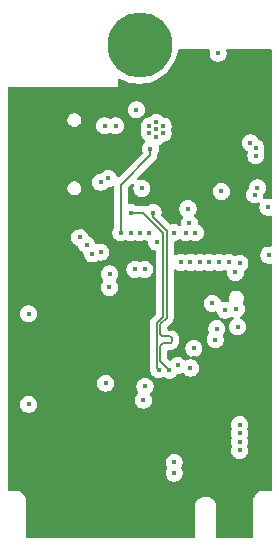
<source format=gbr>
%TF.GenerationSoftware,KiCad,Pcbnew,9.0.0*%
%TF.CreationDate,2025-02-28T21:47:30+01:00*%
%TF.ProjectId,ESP32S3_M.2_Board,45535033-3253-4335-9f4d-2e325f426f61,rev?*%
%TF.SameCoordinates,Original*%
%TF.FileFunction,Copper,L2,Inr*%
%TF.FilePolarity,Positive*%
%FSLAX46Y46*%
G04 Gerber Fmt 4.6, Leading zero omitted, Abs format (unit mm)*
G04 Created by KiCad (PCBNEW 9.0.0) date 2025-02-28 21:47:30*
%MOMM*%
%LPD*%
G01*
G04 APERTURE LIST*
%TA.AperFunction,ComponentPad*%
%ADD10C,5.500000*%
%TD*%
%TA.AperFunction,ViaPad*%
%ADD11C,0.450000*%
%TD*%
%TA.AperFunction,Conductor*%
%ADD12C,0.150000*%
%TD*%
%TA.AperFunction,Conductor*%
%ADD13C,0.250000*%
%TD*%
G04 APERTURE END LIST*
D10*
%TO.N,unconnected-(J2-MP1-PadMOUNTING-HOLE)*%
%TO.C,J2*%
X228900000Y-91100000D03*
%TD*%
D11*
%TO.N,VBUS*%
X230325000Y-98850000D03*
X230325000Y-97595997D03*
X226250000Y-102350000D03*
X229100000Y-103200000D03*
X225600000Y-102675000D03*
X230900000Y-98529003D03*
X239850000Y-108850000D03*
X226875000Y-97900000D03*
X230900000Y-97925000D03*
X230325000Y-98200000D03*
X229725000Y-98500000D03*
X225950000Y-97900000D03*
X229725000Y-97925000D03*
%TO.N,Earth*%
X222880000Y-129650000D03*
X235550000Y-95350000D03*
X239150000Y-113900000D03*
X218700000Y-97650000D03*
X224390000Y-129635000D03*
X232425000Y-124125000D03*
X230875000Y-96100000D03*
X218548439Y-106630888D03*
X218365000Y-121475000D03*
X231500000Y-105175000D03*
X237500000Y-91800000D03*
X218365000Y-118690000D03*
X225575000Y-96675000D03*
X228200000Y-100750000D03*
X231650000Y-101850000D03*
X239425000Y-122400000D03*
X218700000Y-102825000D03*
X233390000Y-129582500D03*
X219880000Y-129677500D03*
X236650000Y-129725000D03*
X225915000Y-129632500D03*
X239425000Y-125800000D03*
X231450000Y-115075000D03*
X228880000Y-129625000D03*
X220899569Y-111701651D03*
X218350000Y-113825000D03*
X234900000Y-107800000D03*
X223575000Y-106550000D03*
X238900000Y-98175000D03*
X235100000Y-129050000D03*
X233500000Y-117600000D03*
X233850000Y-91750000D03*
X226000000Y-120850000D03*
X231880000Y-129597500D03*
X221400000Y-110150000D03*
X236650000Y-129120997D03*
X239100000Y-117300000D03*
X232400000Y-121450000D03*
X221390000Y-129677500D03*
X230390000Y-129625000D03*
X239425000Y-127425000D03*
X223400000Y-109300000D03*
X226000000Y-103700000D03*
X227390000Y-129625000D03*
X235100000Y-128445997D03*
%TO.N,+3V3*%
X238875000Y-103150000D03*
X225600000Y-108600000D03*
X224900000Y-108750000D03*
X237375000Y-123200000D03*
X238650000Y-103725000D03*
X235825000Y-103450000D03*
X238750000Y-100425000D03*
X226025000Y-119700000D03*
X237375000Y-123925000D03*
X235550000Y-91750000D03*
X237375000Y-125375000D03*
X238750000Y-99775000D03*
X219500000Y-121475000D03*
X228625000Y-96550000D03*
X230340000Y-107735000D03*
X237375000Y-124650000D03*
X238275000Y-99350000D03*
X237400000Y-109550000D03*
%TO.N,/OSC_IN*%
X224425000Y-107975000D03*
%TO.N,/OSC_OUT*%
X223825000Y-107350000D03*
%TO.N,/OSC32_IN*%
X229225000Y-121125000D03*
%TO.N,/OSC32_OUT*%
X229365000Y-119960000D03*
%TO.N,VDD_SPI*%
X235300000Y-116000000D03*
X233500000Y-116750000D03*
%TO.N,/USB_D+*%
X230050000Y-105250000D03*
X231406100Y-118593900D03*
%TO.N,/USB_D-*%
X228150000Y-105250000D03*
X230537200Y-118562800D03*
%TO.N,/FLASH_QSPI_nCS*%
X237200000Y-114910000D03*
%TO.N,/FLASH_QSPI_nH*%
X237100000Y-113412500D03*
X235440000Y-115085000D03*
%TO.N,/FLASH_QSPI_DO*%
X235065000Y-112935000D03*
X236165000Y-113510000D03*
%TO.N,+3V3_RF*%
X219500000Y-113825000D03*
%TO.N,/CHIP_PU*%
X233000000Y-104925000D03*
X226375000Y-110450000D03*
%TO.N,/CHIP_BOOT*%
X226350000Y-111575000D03*
X233125000Y-106175000D03*
%TO.N,/GPIO33*%
X235640000Y-109460000D03*
%TO.N,/GPIO18*%
X231840000Y-126385000D03*
%TO.N,/GPIO35*%
X234015000Y-109460000D03*
%TO.N,/GPIO21*%
X232137500Y-118187500D03*
%TO.N,/SPICLK_P*%
X236465000Y-109460000D03*
%TO.N,/MTCK*%
X232825000Y-106950000D03*
%TO.N,/GPIO37*%
X232390000Y-109460000D03*
%TO.N,/GPIO17*%
X231827500Y-127297500D03*
%TO.N,/MTDO*%
X231800000Y-106950000D03*
%TO.N,/GPIO34*%
X234815000Y-109460000D03*
%TO.N,/U0RXD*%
X228515000Y-110060000D03*
%TO.N,/U0TXD*%
X229340000Y-110060000D03*
%TO.N,/SPICS1*%
X233212500Y-118412500D03*
%TO.N,/MTDI*%
X229740000Y-106960000D03*
%TO.N,/GPIO36*%
X233215000Y-109460000D03*
%TO.N,/GPIO46*%
X229825000Y-99850000D03*
X227315000Y-106960000D03*
%TO.N,/SPICLK_N*%
X237015000Y-110310000D03*
%TO.N,/MTMS*%
X228940000Y-106960000D03*
%TO.N,/GPIO38*%
X233625000Y-106950000D03*
%TO.N,/GPIO45*%
X228140000Y-106960000D03*
%TO.N,Net-(U2-EN)*%
X239775000Y-104800000D03*
%TD*%
D12*
%TO.N,/USB_D+*%
X230670000Y-117857800D02*
X231406100Y-118593900D01*
D13*
%TO.N,Earth*%
X221170000Y-104620000D02*
X221200000Y-104650000D01*
X219685000Y-104620000D02*
X221170000Y-104620000D01*
D12*
%TO.N,/USB_D+*%
X230906000Y-115736000D02*
X231434000Y-115736000D01*
X230050000Y-105650000D02*
X231220000Y-106820000D01*
X230670000Y-116562000D02*
X230670000Y-117857800D01*
X231434000Y-116326000D02*
X230906000Y-116326000D01*
X231220000Y-106820000D02*
X231220000Y-114139045D01*
X231670000Y-115972000D02*
X231670000Y-116090000D01*
X231220000Y-114139045D02*
X230670000Y-114689045D01*
X230050000Y-105250000D02*
X230050000Y-105650000D01*
X230670000Y-114689045D02*
X230670000Y-115500000D01*
X231434000Y-115736000D02*
G75*
G02*
X231670000Y-115972000I0J-236000D01*
G01*
X230670000Y-115500000D02*
G75*
G03*
X230906000Y-115736000I236000J0D01*
G01*
X231670000Y-116090000D02*
G75*
G02*
X231434000Y-116326000I-236000J0D01*
G01*
X230906000Y-116326000D02*
G75*
G03*
X230670000Y-116562000I0J-236000D01*
G01*
%TO.N,/USB_D-*%
X230350000Y-118375600D02*
X230350000Y-114635835D01*
X230895000Y-114090835D02*
X230895000Y-106945000D01*
X230895000Y-106945000D02*
X229200000Y-105250000D01*
X229200000Y-105250000D02*
X228150000Y-105250000D01*
X230350000Y-114635835D02*
X230895000Y-114090835D01*
X230537200Y-118562800D02*
X230350000Y-118375600D01*
%TO.N,/GPIO46*%
X227315000Y-102910000D02*
X227315000Y-106960000D01*
X229825000Y-99850000D02*
X229825000Y-100400000D01*
X229825000Y-100400000D02*
X227315000Y-102910000D01*
%TD*%
%TA.AperFunction,Conductor*%
%TO.N,Earth*%
G36*
X234748925Y-91406435D02*
G01*
X234769965Y-91407563D01*
X234781779Y-91416082D01*
X234795751Y-91420185D01*
X234809546Y-91436105D01*
X234826637Y-91448430D01*
X234831969Y-91461983D01*
X234841506Y-91472989D01*
X234844504Y-91493843D01*
X234852218Y-91513448D01*
X234850888Y-91538244D01*
X234851450Y-91542147D01*
X234850329Y-91548691D01*
X234824500Y-91678540D01*
X234824500Y-91678545D01*
X234824500Y-91821455D01*
X234824500Y-91821457D01*
X234824499Y-91821457D01*
X234852379Y-91961614D01*
X234852381Y-91961620D01*
X234907069Y-92093650D01*
X234907074Y-92093659D01*
X234986467Y-92212478D01*
X234986470Y-92212482D01*
X235087517Y-92313529D01*
X235087521Y-92313532D01*
X235206340Y-92392925D01*
X235206346Y-92392928D01*
X235206347Y-92392929D01*
X235338380Y-92447619D01*
X235338384Y-92447619D01*
X235338385Y-92447620D01*
X235478542Y-92475500D01*
X235478545Y-92475500D01*
X235621457Y-92475500D01*
X235715751Y-92456742D01*
X235761620Y-92447619D01*
X235893653Y-92392929D01*
X236012479Y-92313532D01*
X236113532Y-92212479D01*
X236192929Y-92093653D01*
X236247619Y-91961620D01*
X236275500Y-91821455D01*
X236275500Y-91678545D01*
X236275500Y-91678542D01*
X236275499Y-91678540D01*
X236249671Y-91548691D01*
X236255898Y-91479100D01*
X236298761Y-91423922D01*
X236364651Y-91400678D01*
X236371288Y-91400500D01*
X239852405Y-91400500D01*
X239890244Y-91400500D01*
X239909630Y-91402025D01*
X239942253Y-91407192D01*
X239979144Y-91419178D01*
X239999765Y-91429685D01*
X240031151Y-91452489D01*
X240047510Y-91468848D01*
X240070314Y-91500234D01*
X240080820Y-91520853D01*
X240092808Y-91557748D01*
X240097973Y-91590362D01*
X240099500Y-91609755D01*
X240099500Y-103973739D01*
X240079815Y-104040778D01*
X240027011Y-104086533D01*
X239957853Y-104096477D01*
X239951309Y-104095356D01*
X239846459Y-104074500D01*
X239846455Y-104074500D01*
X239703545Y-104074500D01*
X239703543Y-104074500D01*
X239563385Y-104102379D01*
X239563380Y-104102381D01*
X239496625Y-104130031D01*
X239427156Y-104137498D01*
X239364677Y-104106223D01*
X239329025Y-104046133D01*
X239331520Y-103976308D01*
X239334599Y-103968050D01*
X239347619Y-103936620D01*
X239356742Y-103890751D01*
X239375500Y-103796457D01*
X239375500Y-103726873D01*
X239395185Y-103659834D01*
X239411815Y-103639195D01*
X239438532Y-103612479D01*
X239517929Y-103493653D01*
X239572619Y-103361620D01*
X239591582Y-103266290D01*
X239600500Y-103221457D01*
X239600500Y-103078542D01*
X239572620Y-102938385D01*
X239572619Y-102938384D01*
X239572619Y-102938380D01*
X239529456Y-102834176D01*
X239517930Y-102806349D01*
X239517925Y-102806340D01*
X239438532Y-102687521D01*
X239438529Y-102687517D01*
X239337482Y-102586470D01*
X239337478Y-102586467D01*
X239218659Y-102507074D01*
X239218650Y-102507069D01*
X239086620Y-102452381D01*
X239086614Y-102452379D01*
X238946457Y-102424500D01*
X238946455Y-102424500D01*
X238803545Y-102424500D01*
X238803543Y-102424500D01*
X238663385Y-102452379D01*
X238663379Y-102452381D01*
X238531349Y-102507069D01*
X238531340Y-102507074D01*
X238412521Y-102586467D01*
X238412517Y-102586470D01*
X238311470Y-102687517D01*
X238311467Y-102687521D01*
X238232074Y-102806340D01*
X238232069Y-102806349D01*
X238177381Y-102938379D01*
X238177379Y-102938385D01*
X238149500Y-103078542D01*
X238149500Y-103148126D01*
X238129815Y-103215165D01*
X238113181Y-103235807D01*
X238086470Y-103262517D01*
X238086467Y-103262521D01*
X238007074Y-103381340D01*
X238007069Y-103381349D01*
X237952381Y-103513379D01*
X237952379Y-103513385D01*
X237924500Y-103653542D01*
X237924500Y-103653545D01*
X237924500Y-103796455D01*
X237924500Y-103796457D01*
X237924499Y-103796457D01*
X237952379Y-103936614D01*
X237952381Y-103936620D01*
X238007069Y-104068650D01*
X238007074Y-104068659D01*
X238086467Y-104187478D01*
X238086470Y-104187482D01*
X238187517Y-104288529D01*
X238187521Y-104288532D01*
X238306340Y-104367925D01*
X238306346Y-104367928D01*
X238306347Y-104367929D01*
X238438380Y-104422619D01*
X238438384Y-104422619D01*
X238438385Y-104422620D01*
X238578542Y-104450500D01*
X238578545Y-104450500D01*
X238721457Y-104450500D01*
X238815751Y-104431742D01*
X238861620Y-104422619D01*
X238928373Y-104394968D01*
X238997841Y-104387500D01*
X239060321Y-104418775D01*
X239095973Y-104478864D01*
X239093480Y-104548689D01*
X239090386Y-104556982D01*
X239077382Y-104588375D01*
X239077379Y-104588385D01*
X239049500Y-104728542D01*
X239049500Y-104728545D01*
X239049500Y-104871455D01*
X239049500Y-104871457D01*
X239049499Y-104871457D01*
X239077379Y-105011614D01*
X239077381Y-105011620D01*
X239132069Y-105143650D01*
X239132074Y-105143659D01*
X239211467Y-105262478D01*
X239211470Y-105262482D01*
X239312517Y-105363529D01*
X239312521Y-105363532D01*
X239431340Y-105442925D01*
X239431346Y-105442928D01*
X239431347Y-105442929D01*
X239563380Y-105497619D01*
X239563384Y-105497619D01*
X239563385Y-105497620D01*
X239703542Y-105525500D01*
X239703545Y-105525500D01*
X239846457Y-105525500D01*
X239929184Y-105509043D01*
X239951308Y-105504643D01*
X240020899Y-105510870D01*
X240076077Y-105553732D01*
X240099322Y-105619622D01*
X240099500Y-105626260D01*
X240099500Y-108008820D01*
X240079815Y-108075859D01*
X240027011Y-108121614D01*
X239957853Y-108131558D01*
X239951311Y-108130438D01*
X239921456Y-108124500D01*
X239921455Y-108124500D01*
X239778545Y-108124500D01*
X239778543Y-108124500D01*
X239638385Y-108152379D01*
X239638379Y-108152381D01*
X239506349Y-108207069D01*
X239506340Y-108207074D01*
X239387521Y-108286467D01*
X239387517Y-108286470D01*
X239286470Y-108387517D01*
X239286467Y-108387521D01*
X239207074Y-108506340D01*
X239207069Y-108506349D01*
X239152381Y-108638379D01*
X239152379Y-108638385D01*
X239124500Y-108778542D01*
X239124500Y-108778545D01*
X239124500Y-108921455D01*
X239124500Y-108921457D01*
X239124499Y-108921457D01*
X239152379Y-109061614D01*
X239152381Y-109061620D01*
X239207069Y-109193650D01*
X239207074Y-109193659D01*
X239286467Y-109312478D01*
X239286470Y-109312482D01*
X239387517Y-109413529D01*
X239387521Y-109413532D01*
X239506340Y-109492925D01*
X239506349Y-109492930D01*
X239536258Y-109505318D01*
X239638380Y-109547619D01*
X239638384Y-109547619D01*
X239638385Y-109547620D01*
X239778542Y-109575500D01*
X239778545Y-109575500D01*
X239921456Y-109575500D01*
X239951308Y-109569562D01*
X240020899Y-109575789D01*
X240076077Y-109618651D01*
X240099322Y-109684541D01*
X240099500Y-109691179D01*
X240099500Y-128675500D01*
X240079815Y-128742539D01*
X240027011Y-128788294D01*
X239975500Y-128799500D01*
X239271155Y-128799500D01*
X239116510Y-128830261D01*
X239116498Y-128830264D01*
X238970827Y-128890602D01*
X238970814Y-128890609D01*
X238839711Y-128978210D01*
X238839707Y-128978213D01*
X238728213Y-129089707D01*
X238728210Y-129089711D01*
X238640609Y-129220814D01*
X238640602Y-129220827D01*
X238580264Y-129366498D01*
X238580261Y-129366510D01*
X238549500Y-129521153D01*
X238549500Y-132675500D01*
X238529815Y-132742539D01*
X238477011Y-132788294D01*
X238425500Y-132799500D01*
X235524500Y-132799500D01*
X235457461Y-132779815D01*
X235411706Y-132727011D01*
X235400500Y-132675500D01*
X235400500Y-130111306D01*
X235400499Y-130111304D01*
X235365896Y-129937341D01*
X235365893Y-129937332D01*
X235298016Y-129773459D01*
X235298009Y-129773446D01*
X235199464Y-129625965D01*
X235199461Y-129625961D01*
X235074038Y-129500538D01*
X235074034Y-129500535D01*
X234926553Y-129401990D01*
X234926540Y-129401983D01*
X234762667Y-129334106D01*
X234762658Y-129334103D01*
X234588694Y-129299500D01*
X234588691Y-129299500D01*
X234547595Y-129299500D01*
X234500000Y-129299500D01*
X234411309Y-129299500D01*
X234411306Y-129299500D01*
X234237341Y-129334103D01*
X234237332Y-129334106D01*
X234073459Y-129401983D01*
X234073446Y-129401990D01*
X233925965Y-129500535D01*
X233925961Y-129500538D01*
X233800538Y-129625961D01*
X233800535Y-129625965D01*
X233701990Y-129773446D01*
X233701983Y-129773459D01*
X233634106Y-129937332D01*
X233634103Y-129937341D01*
X233599500Y-130111304D01*
X233599500Y-132675500D01*
X233579815Y-132742539D01*
X233527011Y-132788294D01*
X233475500Y-132799500D01*
X219374500Y-132799500D01*
X219307461Y-132779815D01*
X219261706Y-132727011D01*
X219250500Y-132675500D01*
X219250500Y-129521155D01*
X219250499Y-129521153D01*
X219246398Y-129500535D01*
X219219737Y-129366503D01*
X219174026Y-129256146D01*
X219159397Y-129220827D01*
X219159390Y-129220814D01*
X219071789Y-129089711D01*
X219071786Y-129089707D01*
X218960292Y-128978213D01*
X218960288Y-128978210D01*
X218829185Y-128890609D01*
X218829172Y-128890602D01*
X218683501Y-128830264D01*
X218683489Y-128830261D01*
X218528845Y-128799500D01*
X218528842Y-128799500D01*
X218489562Y-128799500D01*
X217849500Y-128799500D01*
X217782461Y-128779815D01*
X217736706Y-128727011D01*
X217725500Y-128675500D01*
X217725500Y-127368957D01*
X231101999Y-127368957D01*
X231129879Y-127509114D01*
X231129881Y-127509120D01*
X231184569Y-127641150D01*
X231184574Y-127641159D01*
X231263967Y-127759978D01*
X231263970Y-127759982D01*
X231365017Y-127861029D01*
X231365021Y-127861032D01*
X231483840Y-127940425D01*
X231483846Y-127940428D01*
X231483847Y-127940429D01*
X231615880Y-127995119D01*
X231615884Y-127995119D01*
X231615885Y-127995120D01*
X231756042Y-128023000D01*
X231756045Y-128023000D01*
X231898957Y-128023000D01*
X231993251Y-128004242D01*
X232039120Y-127995119D01*
X232171153Y-127940429D01*
X232289979Y-127861032D01*
X232391032Y-127759979D01*
X232470429Y-127641153D01*
X232525119Y-127509120D01*
X232553000Y-127368955D01*
X232553000Y-127226045D01*
X232553000Y-127226042D01*
X232525120Y-127085885D01*
X232525119Y-127085884D01*
X232525119Y-127085880D01*
X232470429Y-126953847D01*
X232447474Y-126919493D01*
X232426597Y-126852818D01*
X232445081Y-126785438D01*
X232447476Y-126781712D01*
X232482924Y-126728661D01*
X232482925Y-126728658D01*
X232482929Y-126728653D01*
X232537619Y-126596620D01*
X232565500Y-126456455D01*
X232565500Y-126313545D01*
X232565500Y-126313542D01*
X232537620Y-126173385D01*
X232537619Y-126173384D01*
X232537619Y-126173380D01*
X232482929Y-126041347D01*
X232482928Y-126041346D01*
X232482925Y-126041340D01*
X232403532Y-125922521D01*
X232403529Y-125922517D01*
X232302482Y-125821470D01*
X232302478Y-125821467D01*
X232183659Y-125742074D01*
X232183650Y-125742069D01*
X232051620Y-125687381D01*
X232051614Y-125687379D01*
X231911457Y-125659500D01*
X231911455Y-125659500D01*
X231768545Y-125659500D01*
X231768543Y-125659500D01*
X231628385Y-125687379D01*
X231628379Y-125687381D01*
X231496349Y-125742069D01*
X231496340Y-125742074D01*
X231377521Y-125821467D01*
X231377517Y-125821470D01*
X231276470Y-125922517D01*
X231276467Y-125922521D01*
X231197074Y-126041340D01*
X231197069Y-126041349D01*
X231142381Y-126173379D01*
X231142379Y-126173385D01*
X231114500Y-126313542D01*
X231114500Y-126313545D01*
X231114500Y-126456455D01*
X231114500Y-126456457D01*
X231114499Y-126456457D01*
X231142379Y-126596614D01*
X231142381Y-126596620D01*
X231197069Y-126728650D01*
X231197074Y-126728658D01*
X231220024Y-126763005D01*
X231240902Y-126829682D01*
X231222418Y-126897062D01*
X231220024Y-126900787D01*
X231184574Y-126953840D01*
X231184569Y-126953849D01*
X231129881Y-127085879D01*
X231129879Y-127085885D01*
X231102000Y-127226042D01*
X231102000Y-127226045D01*
X231102000Y-127368955D01*
X231102000Y-127368957D01*
X231101999Y-127368957D01*
X217725500Y-127368957D01*
X217725500Y-123271457D01*
X236649499Y-123271457D01*
X236677379Y-123411614D01*
X236677382Y-123411624D01*
X236720221Y-123515048D01*
X236727690Y-123584518D01*
X236720221Y-123609952D01*
X236677382Y-123713375D01*
X236677379Y-123713385D01*
X236649500Y-123853542D01*
X236649500Y-123853545D01*
X236649500Y-123996455D01*
X236649500Y-123996457D01*
X236649499Y-123996457D01*
X236677379Y-124136614D01*
X236677382Y-124136624D01*
X236720221Y-124240048D01*
X236727690Y-124309518D01*
X236720221Y-124334952D01*
X236677382Y-124438375D01*
X236677379Y-124438385D01*
X236649500Y-124578542D01*
X236649500Y-124578545D01*
X236649500Y-124721455D01*
X236649500Y-124721457D01*
X236649499Y-124721457D01*
X236677379Y-124861614D01*
X236677382Y-124861624D01*
X236720221Y-124965048D01*
X236727690Y-125034518D01*
X236720221Y-125059952D01*
X236677382Y-125163375D01*
X236677379Y-125163385D01*
X236649500Y-125303542D01*
X236649500Y-125303545D01*
X236649500Y-125446455D01*
X236649500Y-125446457D01*
X236649499Y-125446457D01*
X236677379Y-125586614D01*
X236677381Y-125586620D01*
X236732069Y-125718650D01*
X236732074Y-125718659D01*
X236811467Y-125837478D01*
X236811470Y-125837482D01*
X236912517Y-125938529D01*
X236912521Y-125938532D01*
X237031340Y-126017925D01*
X237031346Y-126017928D01*
X237031347Y-126017929D01*
X237163380Y-126072619D01*
X237163384Y-126072619D01*
X237163385Y-126072620D01*
X237303542Y-126100500D01*
X237303545Y-126100500D01*
X237446457Y-126100500D01*
X237540751Y-126081742D01*
X237586620Y-126072619D01*
X237718653Y-126017929D01*
X237837479Y-125938532D01*
X237938532Y-125837479D01*
X238017929Y-125718653D01*
X238072619Y-125586620D01*
X238100500Y-125446455D01*
X238100500Y-125303545D01*
X238100500Y-125303542D01*
X238072620Y-125163385D01*
X238072619Y-125163384D01*
X238072619Y-125163380D01*
X238029776Y-125059949D01*
X238022308Y-124990484D01*
X238029773Y-124965057D01*
X238072619Y-124861620D01*
X238100500Y-124721455D01*
X238100500Y-124578545D01*
X238100500Y-124578542D01*
X238072620Y-124438385D01*
X238072619Y-124438384D01*
X238072619Y-124438380D01*
X238029776Y-124334949D01*
X238022308Y-124265484D01*
X238029773Y-124240057D01*
X238072619Y-124136620D01*
X238100500Y-123996455D01*
X238100500Y-123853545D01*
X238100500Y-123853542D01*
X238072620Y-123713385D01*
X238072619Y-123713384D01*
X238072619Y-123713380D01*
X238029776Y-123609949D01*
X238022308Y-123540484D01*
X238029773Y-123515057D01*
X238072619Y-123411620D01*
X238100500Y-123271455D01*
X238100500Y-123128545D01*
X238100500Y-123128542D01*
X238072620Y-122988385D01*
X238072619Y-122988384D01*
X238072619Y-122988380D01*
X238017929Y-122856347D01*
X238017928Y-122856346D01*
X238017925Y-122856340D01*
X237938532Y-122737521D01*
X237938529Y-122737517D01*
X237837482Y-122636470D01*
X237837478Y-122636467D01*
X237718659Y-122557074D01*
X237718650Y-122557069D01*
X237586620Y-122502381D01*
X237586614Y-122502379D01*
X237446457Y-122474500D01*
X237446455Y-122474500D01*
X237303545Y-122474500D01*
X237303543Y-122474500D01*
X237163385Y-122502379D01*
X237163379Y-122502381D01*
X237031349Y-122557069D01*
X237031340Y-122557074D01*
X236912521Y-122636467D01*
X236912517Y-122636470D01*
X236811470Y-122737517D01*
X236811467Y-122737521D01*
X236732074Y-122856340D01*
X236732069Y-122856349D01*
X236677381Y-122988379D01*
X236677379Y-122988385D01*
X236649500Y-123128542D01*
X236649500Y-123128545D01*
X236649500Y-123271455D01*
X236649500Y-123271457D01*
X236649499Y-123271457D01*
X217725500Y-123271457D01*
X217725500Y-121546457D01*
X218774499Y-121546457D01*
X218802379Y-121686614D01*
X218802381Y-121686620D01*
X218857069Y-121818650D01*
X218857074Y-121818659D01*
X218936467Y-121937478D01*
X218936470Y-121937482D01*
X219037517Y-122038529D01*
X219037521Y-122038532D01*
X219156340Y-122117925D01*
X219156346Y-122117928D01*
X219156347Y-122117929D01*
X219288380Y-122172619D01*
X219288384Y-122172619D01*
X219288385Y-122172620D01*
X219428542Y-122200500D01*
X219428545Y-122200500D01*
X219571457Y-122200500D01*
X219665751Y-122181742D01*
X219711620Y-122172619D01*
X219843653Y-122117929D01*
X219962479Y-122038532D01*
X220063532Y-121937479D01*
X220142929Y-121818653D01*
X220197619Y-121686620D01*
X220225500Y-121546455D01*
X220225500Y-121403545D01*
X220225500Y-121403542D01*
X220197620Y-121263385D01*
X220197619Y-121263384D01*
X220197619Y-121263380D01*
X220169899Y-121196457D01*
X228499499Y-121196457D01*
X228527379Y-121336614D01*
X228527381Y-121336620D01*
X228582069Y-121468650D01*
X228582074Y-121468659D01*
X228661467Y-121587478D01*
X228661470Y-121587482D01*
X228762517Y-121688529D01*
X228762521Y-121688532D01*
X228881340Y-121767925D01*
X228881346Y-121767928D01*
X228881347Y-121767929D01*
X229013380Y-121822619D01*
X229013384Y-121822619D01*
X229013385Y-121822620D01*
X229153542Y-121850500D01*
X229153545Y-121850500D01*
X229296457Y-121850500D01*
X229390751Y-121831742D01*
X229436620Y-121822619D01*
X229568653Y-121767929D01*
X229687479Y-121688532D01*
X229788532Y-121587479D01*
X229867929Y-121468653D01*
X229922619Y-121336620D01*
X229950500Y-121196455D01*
X229950500Y-121053545D01*
X229950500Y-121053542D01*
X229922620Y-120913385D01*
X229922619Y-120913384D01*
X229922619Y-120913380D01*
X229867929Y-120781347D01*
X229867928Y-120781346D01*
X229867925Y-120781340D01*
X229804785Y-120686845D01*
X229783907Y-120620168D01*
X229802391Y-120552787D01*
X229823725Y-120528393D01*
X229823172Y-120527840D01*
X229928529Y-120422482D01*
X229928532Y-120422479D01*
X230007929Y-120303653D01*
X230062619Y-120171620D01*
X230071742Y-120125751D01*
X230090500Y-120031457D01*
X230090500Y-119888542D01*
X230062620Y-119748385D01*
X230062619Y-119748384D01*
X230062619Y-119748380D01*
X230007929Y-119616347D01*
X230007928Y-119616346D01*
X230007925Y-119616340D01*
X229928532Y-119497521D01*
X229928529Y-119497517D01*
X229827482Y-119396470D01*
X229827478Y-119396467D01*
X229708659Y-119317074D01*
X229708650Y-119317069D01*
X229576620Y-119262381D01*
X229576614Y-119262379D01*
X229436457Y-119234500D01*
X229436455Y-119234500D01*
X229293545Y-119234500D01*
X229293543Y-119234500D01*
X229153385Y-119262379D01*
X229153379Y-119262381D01*
X229021349Y-119317069D01*
X229021340Y-119317074D01*
X228902521Y-119396467D01*
X228902517Y-119396470D01*
X228801470Y-119497517D01*
X228801467Y-119497521D01*
X228722074Y-119616340D01*
X228722069Y-119616349D01*
X228667381Y-119748379D01*
X228667379Y-119748385D01*
X228639500Y-119888542D01*
X228639500Y-119888545D01*
X228639500Y-120031455D01*
X228639500Y-120031457D01*
X228639499Y-120031457D01*
X228667379Y-120171614D01*
X228667381Y-120171620D01*
X228722069Y-120303650D01*
X228722074Y-120303659D01*
X228785214Y-120398154D01*
X228806092Y-120464832D01*
X228787607Y-120532212D01*
X228766277Y-120556609D01*
X228766828Y-120557160D01*
X228661470Y-120662517D01*
X228661467Y-120662521D01*
X228582074Y-120781340D01*
X228582069Y-120781349D01*
X228527381Y-120913379D01*
X228527379Y-120913385D01*
X228499500Y-121053542D01*
X228499500Y-121053545D01*
X228499500Y-121196455D01*
X228499500Y-121196457D01*
X228499499Y-121196457D01*
X220169899Y-121196457D01*
X220142929Y-121131347D01*
X220142928Y-121131346D01*
X220142925Y-121131340D01*
X220132905Y-121116344D01*
X220063532Y-121012521D01*
X220063529Y-121012517D01*
X219962482Y-120911470D01*
X219962478Y-120911467D01*
X219843659Y-120832074D01*
X219843650Y-120832069D01*
X219711620Y-120777381D01*
X219711614Y-120777379D01*
X219571457Y-120749500D01*
X219571455Y-120749500D01*
X219428545Y-120749500D01*
X219428543Y-120749500D01*
X219288385Y-120777379D01*
X219288379Y-120777381D01*
X219156349Y-120832069D01*
X219156340Y-120832074D01*
X219037521Y-120911467D01*
X219037517Y-120911470D01*
X218936470Y-121012517D01*
X218936467Y-121012521D01*
X218857074Y-121131340D01*
X218857069Y-121131349D01*
X218802381Y-121263379D01*
X218802379Y-121263385D01*
X218774500Y-121403542D01*
X218774500Y-121403545D01*
X218774500Y-121546455D01*
X218774500Y-121546457D01*
X218774499Y-121546457D01*
X217725500Y-121546457D01*
X217725500Y-119771457D01*
X225299499Y-119771457D01*
X225327379Y-119911614D01*
X225327381Y-119911620D01*
X225382069Y-120043650D01*
X225382074Y-120043659D01*
X225461467Y-120162478D01*
X225461470Y-120162482D01*
X225562517Y-120263529D01*
X225562521Y-120263532D01*
X225681340Y-120342925D01*
X225681346Y-120342928D01*
X225681347Y-120342929D01*
X225813380Y-120397619D01*
X225813384Y-120397619D01*
X225813385Y-120397620D01*
X225953542Y-120425500D01*
X225953545Y-120425500D01*
X226096457Y-120425500D01*
X226233930Y-120398154D01*
X226236620Y-120397619D01*
X226368653Y-120342929D01*
X226487479Y-120263532D01*
X226588532Y-120162479D01*
X226667929Y-120043653D01*
X226722619Y-119911620D01*
X226750500Y-119771455D01*
X226750500Y-119628545D01*
X226750500Y-119628542D01*
X226722620Y-119488385D01*
X226722619Y-119488384D01*
X226722619Y-119488380D01*
X226667929Y-119356347D01*
X226667928Y-119356346D01*
X226667925Y-119356340D01*
X226588532Y-119237521D01*
X226588529Y-119237517D01*
X226487482Y-119136470D01*
X226487478Y-119136467D01*
X226368659Y-119057074D01*
X226368650Y-119057069D01*
X226236620Y-119002381D01*
X226236614Y-119002379D01*
X226096457Y-118974500D01*
X226096455Y-118974500D01*
X225953545Y-118974500D01*
X225953543Y-118974500D01*
X225813385Y-119002379D01*
X225813379Y-119002381D01*
X225681349Y-119057069D01*
X225681340Y-119057074D01*
X225562521Y-119136467D01*
X225562517Y-119136470D01*
X225461470Y-119237517D01*
X225461467Y-119237521D01*
X225382074Y-119356340D01*
X225382069Y-119356349D01*
X225327381Y-119488379D01*
X225327379Y-119488385D01*
X225299500Y-119628542D01*
X225299500Y-119628545D01*
X225299500Y-119771455D01*
X225299500Y-119771457D01*
X225299499Y-119771457D01*
X217725500Y-119771457D01*
X217725500Y-113896457D01*
X218774499Y-113896457D01*
X218802379Y-114036614D01*
X218802381Y-114036620D01*
X218857069Y-114168650D01*
X218857074Y-114168659D01*
X218936467Y-114287478D01*
X218936470Y-114287482D01*
X219037517Y-114388529D01*
X219037521Y-114388532D01*
X219156340Y-114467925D01*
X219156346Y-114467928D01*
X219156347Y-114467929D01*
X219288380Y-114522619D01*
X219288384Y-114522619D01*
X219288385Y-114522620D01*
X219428542Y-114550500D01*
X219428545Y-114550500D01*
X219571457Y-114550500D01*
X219665751Y-114531742D01*
X219711620Y-114522619D01*
X219843653Y-114467929D01*
X219962479Y-114388532D01*
X220063532Y-114287479D01*
X220142929Y-114168653D01*
X220197619Y-114036620D01*
X220225500Y-113896455D01*
X220225500Y-113753545D01*
X220225500Y-113753542D01*
X220197620Y-113613385D01*
X220197619Y-113613384D01*
X220197619Y-113613380D01*
X220142929Y-113481347D01*
X220142928Y-113481346D01*
X220142925Y-113481340D01*
X220063532Y-113362521D01*
X220063529Y-113362517D01*
X219962482Y-113261470D01*
X219962478Y-113261467D01*
X219843659Y-113182074D01*
X219843650Y-113182069D01*
X219711620Y-113127381D01*
X219711614Y-113127379D01*
X219571457Y-113099500D01*
X219571455Y-113099500D01*
X219428545Y-113099500D01*
X219428543Y-113099500D01*
X219288385Y-113127379D01*
X219288379Y-113127381D01*
X219156349Y-113182069D01*
X219156340Y-113182074D01*
X219037521Y-113261467D01*
X219037517Y-113261470D01*
X218936470Y-113362517D01*
X218936467Y-113362521D01*
X218857074Y-113481340D01*
X218857069Y-113481349D01*
X218802381Y-113613379D01*
X218802379Y-113613385D01*
X218774500Y-113753542D01*
X218774500Y-113753545D01*
X218774500Y-113896455D01*
X218774500Y-113896457D01*
X218774499Y-113896457D01*
X217725500Y-113896457D01*
X217725500Y-111646457D01*
X225624499Y-111646457D01*
X225652379Y-111786614D01*
X225652381Y-111786620D01*
X225707069Y-111918650D01*
X225707074Y-111918659D01*
X225786467Y-112037478D01*
X225786470Y-112037482D01*
X225887517Y-112138529D01*
X225887521Y-112138532D01*
X226006340Y-112217925D01*
X226006346Y-112217928D01*
X226006347Y-112217929D01*
X226138380Y-112272619D01*
X226138384Y-112272619D01*
X226138385Y-112272620D01*
X226278542Y-112300500D01*
X226278545Y-112300500D01*
X226421457Y-112300500D01*
X226515751Y-112281742D01*
X226561620Y-112272619D01*
X226693653Y-112217929D01*
X226812479Y-112138532D01*
X226913532Y-112037479D01*
X226992929Y-111918653D01*
X227047619Y-111786620D01*
X227075500Y-111646455D01*
X227075500Y-111503545D01*
X227075500Y-111503542D01*
X227047620Y-111363385D01*
X227047619Y-111363384D01*
X227047619Y-111363380D01*
X226992929Y-111231347D01*
X226992928Y-111231346D01*
X226992925Y-111231340D01*
X226913532Y-111112521D01*
X226909667Y-111107811D01*
X226910610Y-111107036D01*
X226880207Y-111051357D01*
X226885191Y-110981665D01*
X226913693Y-110937317D01*
X226938532Y-110912479D01*
X227017929Y-110793653D01*
X227072619Y-110661620D01*
X227100296Y-110522482D01*
X227100500Y-110521457D01*
X227100500Y-110378542D01*
X227072620Y-110238385D01*
X227072619Y-110238384D01*
X227072619Y-110238380D01*
X227028330Y-110131457D01*
X227789499Y-110131457D01*
X227817379Y-110271614D01*
X227817381Y-110271620D01*
X227872069Y-110403650D01*
X227872074Y-110403659D01*
X227951467Y-110522478D01*
X227951470Y-110522482D01*
X228052517Y-110623529D01*
X228052521Y-110623532D01*
X228171340Y-110702925D01*
X228171346Y-110702928D01*
X228171347Y-110702929D01*
X228303380Y-110757619D01*
X228303384Y-110757619D01*
X228303385Y-110757620D01*
X228443542Y-110785500D01*
X228443545Y-110785500D01*
X228586457Y-110785500D01*
X228680751Y-110766742D01*
X228726620Y-110757619D01*
X228858653Y-110702929D01*
X228858660Y-110702923D01*
X228864020Y-110700060D01*
X228864571Y-110701090D01*
X228925285Y-110682080D01*
X228990960Y-110700096D01*
X228990980Y-110700060D01*
X228991139Y-110700145D01*
X228992666Y-110700564D01*
X228996333Y-110702919D01*
X228996347Y-110702929D01*
X229128380Y-110757619D01*
X229128384Y-110757619D01*
X229128385Y-110757620D01*
X229268542Y-110785500D01*
X229268545Y-110785500D01*
X229411457Y-110785500D01*
X229505751Y-110766742D01*
X229551620Y-110757619D01*
X229683653Y-110702929D01*
X229802479Y-110623532D01*
X229903532Y-110522479D01*
X229982929Y-110403653D01*
X230037619Y-110271620D01*
X230053272Y-110192929D01*
X230065500Y-110131457D01*
X230065500Y-109988542D01*
X230037620Y-109848385D01*
X230037619Y-109848384D01*
X230037619Y-109848380D01*
X229982929Y-109716347D01*
X229982928Y-109716346D01*
X229982925Y-109716340D01*
X229903532Y-109597521D01*
X229903529Y-109597517D01*
X229802482Y-109496470D01*
X229802478Y-109496467D01*
X229683659Y-109417074D01*
X229683650Y-109417069D01*
X229551620Y-109362381D01*
X229551614Y-109362379D01*
X229411457Y-109334500D01*
X229411455Y-109334500D01*
X229268545Y-109334500D01*
X229268543Y-109334500D01*
X229128385Y-109362379D01*
X229128379Y-109362381D01*
X228996349Y-109417069D01*
X228990972Y-109419944D01*
X228990421Y-109418913D01*
X228929697Y-109437919D01*
X228864051Y-109419900D01*
X228864028Y-109419944D01*
X228863835Y-109419840D01*
X228862320Y-109419425D01*
X228858673Y-109417082D01*
X228858650Y-109417069D01*
X228726620Y-109362381D01*
X228726614Y-109362379D01*
X228586457Y-109334500D01*
X228586455Y-109334500D01*
X228443545Y-109334500D01*
X228443543Y-109334500D01*
X228303385Y-109362379D01*
X228303379Y-109362381D01*
X228171349Y-109417069D01*
X228171340Y-109417074D01*
X228052521Y-109496467D01*
X228052517Y-109496470D01*
X227951470Y-109597517D01*
X227951467Y-109597521D01*
X227872074Y-109716340D01*
X227872069Y-109716349D01*
X227817381Y-109848379D01*
X227817379Y-109848385D01*
X227789500Y-109988542D01*
X227789500Y-109988545D01*
X227789500Y-110131455D01*
X227789500Y-110131457D01*
X227789499Y-110131457D01*
X227028330Y-110131457D01*
X227017929Y-110106347D01*
X227017928Y-110106346D01*
X227017925Y-110106340D01*
X226981178Y-110051344D01*
X226938532Y-109987521D01*
X226938529Y-109987517D01*
X226837482Y-109886470D01*
X226837478Y-109886467D01*
X226718659Y-109807074D01*
X226718650Y-109807069D01*
X226586620Y-109752381D01*
X226586614Y-109752379D01*
X226446457Y-109724500D01*
X226446455Y-109724500D01*
X226303545Y-109724500D01*
X226303543Y-109724500D01*
X226163385Y-109752379D01*
X226163379Y-109752381D01*
X226031349Y-109807069D01*
X226031340Y-109807074D01*
X225912521Y-109886467D01*
X225912517Y-109886470D01*
X225811470Y-109987517D01*
X225811467Y-109987521D01*
X225732074Y-110106340D01*
X225732069Y-110106349D01*
X225677381Y-110238379D01*
X225677379Y-110238385D01*
X225649500Y-110378542D01*
X225649500Y-110378545D01*
X225649500Y-110521455D01*
X225649500Y-110521457D01*
X225649499Y-110521457D01*
X225677379Y-110661614D01*
X225677381Y-110661620D01*
X225732069Y-110793650D01*
X225732074Y-110793659D01*
X225811467Y-110912478D01*
X225815333Y-110917189D01*
X225814387Y-110917965D01*
X225844789Y-110973626D01*
X225839813Y-111043319D01*
X225811309Y-111087679D01*
X225786467Y-111112521D01*
X225707074Y-111231340D01*
X225707069Y-111231349D01*
X225652381Y-111363379D01*
X225652379Y-111363385D01*
X225624500Y-111503542D01*
X225624500Y-111503545D01*
X225624500Y-111646455D01*
X225624500Y-111646457D01*
X225624499Y-111646457D01*
X217725500Y-111646457D01*
X217725500Y-107421457D01*
X223099499Y-107421457D01*
X223127379Y-107561614D01*
X223127381Y-107561620D01*
X223182069Y-107693650D01*
X223182074Y-107693659D01*
X223261467Y-107812478D01*
X223261470Y-107812482D01*
X223362517Y-107913529D01*
X223362521Y-107913532D01*
X223481340Y-107992925D01*
X223481346Y-107992928D01*
X223481347Y-107992929D01*
X223613380Y-108047619D01*
X223622025Y-108049338D01*
X223683936Y-108081722D01*
X223718511Y-108142437D01*
X223719452Y-108146763D01*
X223727379Y-108186615D01*
X223727381Y-108186620D01*
X223782069Y-108318650D01*
X223782074Y-108318659D01*
X223861467Y-108437478D01*
X223861470Y-108437482D01*
X223962517Y-108538529D01*
X223962521Y-108538532D01*
X224081340Y-108617925D01*
X224081344Y-108617927D01*
X224081347Y-108617929D01*
X224097950Y-108624806D01*
X224152354Y-108668646D01*
X224174421Y-108734939D01*
X224174500Y-108739368D01*
X224174500Y-108821455D01*
X224174500Y-108821457D01*
X224174499Y-108821457D01*
X224202379Y-108961614D01*
X224202381Y-108961620D01*
X224257069Y-109093650D01*
X224257074Y-109093659D01*
X224336467Y-109212478D01*
X224336470Y-109212482D01*
X224437517Y-109313529D01*
X224437521Y-109313532D01*
X224556340Y-109392925D01*
X224556346Y-109392928D01*
X224556347Y-109392929D01*
X224688380Y-109447619D01*
X224688384Y-109447619D01*
X224688385Y-109447620D01*
X224828542Y-109475500D01*
X224828545Y-109475500D01*
X224971457Y-109475500D01*
X225065751Y-109456742D01*
X225111620Y-109447619D01*
X225243653Y-109392929D01*
X225344068Y-109325833D01*
X225410741Y-109304957D01*
X225437148Y-109307320D01*
X225528542Y-109325500D01*
X225528545Y-109325500D01*
X225671457Y-109325500D01*
X225774730Y-109304957D01*
X225811620Y-109297619D01*
X225943653Y-109242929D01*
X226062479Y-109163532D01*
X226163532Y-109062479D01*
X226242929Y-108943653D01*
X226297619Y-108811620D01*
X226307414Y-108762379D01*
X226325500Y-108671457D01*
X226325500Y-108528542D01*
X226297620Y-108388385D01*
X226297619Y-108388384D01*
X226297619Y-108388380D01*
X226242929Y-108256347D01*
X226242928Y-108256346D01*
X226242925Y-108256340D01*
X226163532Y-108137521D01*
X226163529Y-108137517D01*
X226062482Y-108036470D01*
X226062478Y-108036467D01*
X225943659Y-107957074D01*
X225943650Y-107957069D01*
X225811620Y-107902381D01*
X225811614Y-107902379D01*
X225671457Y-107874500D01*
X225671455Y-107874500D01*
X225528545Y-107874500D01*
X225528543Y-107874500D01*
X225388385Y-107902379D01*
X225388380Y-107902381D01*
X225307984Y-107935681D01*
X225238515Y-107943148D01*
X225176036Y-107911873D01*
X225140384Y-107851783D01*
X225138916Y-107845310D01*
X225132386Y-107812482D01*
X225122619Y-107763380D01*
X225067929Y-107631347D01*
X225067928Y-107631346D01*
X225067925Y-107631340D01*
X224988532Y-107512521D01*
X224988529Y-107512517D01*
X224887482Y-107411470D01*
X224887478Y-107411467D01*
X224768659Y-107332074D01*
X224768650Y-107332069D01*
X224636618Y-107277380D01*
X224636614Y-107277379D01*
X224627971Y-107275660D01*
X224566060Y-107243275D01*
X224531486Y-107182559D01*
X224530555Y-107178280D01*
X224522619Y-107138380D01*
X224467929Y-107006347D01*
X224467928Y-107006346D01*
X224467925Y-107006340D01*
X224388532Y-106887521D01*
X224388529Y-106887517D01*
X224287482Y-106786470D01*
X224287478Y-106786467D01*
X224168659Y-106707074D01*
X224168650Y-106707069D01*
X224036620Y-106652381D01*
X224036614Y-106652379D01*
X223896457Y-106624500D01*
X223896455Y-106624500D01*
X223753545Y-106624500D01*
X223753543Y-106624500D01*
X223613385Y-106652379D01*
X223613379Y-106652381D01*
X223481349Y-106707069D01*
X223481340Y-106707074D01*
X223362521Y-106786467D01*
X223362517Y-106786470D01*
X223261470Y-106887517D01*
X223261467Y-106887521D01*
X223182074Y-107006340D01*
X223182069Y-107006349D01*
X223127381Y-107138379D01*
X223127379Y-107138385D01*
X223099500Y-107278542D01*
X223099500Y-107278545D01*
X223099500Y-107421455D01*
X223099500Y-107421457D01*
X223099499Y-107421457D01*
X217725500Y-107421457D01*
X217725500Y-103113707D01*
X222785500Y-103113707D01*
X222785500Y-103266293D01*
X222824439Y-103411614D01*
X222824993Y-103413681D01*
X222901282Y-103545817D01*
X222901284Y-103545819D01*
X222901285Y-103545821D01*
X223009179Y-103653715D01*
X223009180Y-103653716D01*
X223009182Y-103653717D01*
X223141318Y-103730006D01*
X223141319Y-103730006D01*
X223141322Y-103730008D01*
X223288707Y-103769500D01*
X223288710Y-103769500D01*
X223441290Y-103769500D01*
X223441293Y-103769500D01*
X223588678Y-103730008D01*
X223720821Y-103653715D01*
X223828715Y-103545821D01*
X223905008Y-103413678D01*
X223944500Y-103266293D01*
X223944500Y-103113707D01*
X223905008Y-102966322D01*
X223858988Y-102886614D01*
X223828717Y-102834182D01*
X223828712Y-102834176D01*
X223740993Y-102746457D01*
X224874499Y-102746457D01*
X224902379Y-102886614D01*
X224902381Y-102886620D01*
X224957069Y-103018650D01*
X224957074Y-103018659D01*
X225036467Y-103137478D01*
X225036470Y-103137482D01*
X225137517Y-103238529D01*
X225137521Y-103238532D01*
X225256340Y-103317925D01*
X225256346Y-103317928D01*
X225256347Y-103317929D01*
X225388380Y-103372619D01*
X225388384Y-103372619D01*
X225388385Y-103372620D01*
X225528542Y-103400500D01*
X225528545Y-103400500D01*
X225671457Y-103400500D01*
X225781828Y-103378545D01*
X225811620Y-103372619D01*
X225943653Y-103317929D01*
X226062479Y-103238532D01*
X226163532Y-103137479D01*
X226165437Y-103134627D01*
X226168124Y-103130608D01*
X226221737Y-103085803D01*
X226271225Y-103075500D01*
X226321457Y-103075500D01*
X226415751Y-103056742D01*
X226461620Y-103047619D01*
X226568048Y-103003534D01*
X226637516Y-102996066D01*
X226699996Y-103027341D01*
X226735648Y-103087430D01*
X226739500Y-103118096D01*
X226739500Y-106477816D01*
X226719815Y-106544855D01*
X226718602Y-106546706D01*
X226672077Y-106616335D01*
X226672069Y-106616349D01*
X226617381Y-106748379D01*
X226617379Y-106748385D01*
X226589500Y-106888542D01*
X226589500Y-106888545D01*
X226589500Y-107031455D01*
X226589500Y-107031457D01*
X226589499Y-107031457D01*
X226617379Y-107171614D01*
X226617381Y-107171620D01*
X226672069Y-107303650D01*
X226672074Y-107303659D01*
X226751467Y-107422478D01*
X226751470Y-107422482D01*
X226852517Y-107523529D01*
X226852521Y-107523532D01*
X226971340Y-107602925D01*
X226971346Y-107602928D01*
X226971347Y-107602929D01*
X227103380Y-107657619D01*
X227103384Y-107657619D01*
X227103385Y-107657620D01*
X227243542Y-107685500D01*
X227243545Y-107685500D01*
X227386457Y-107685500D01*
X227508949Y-107661134D01*
X227526620Y-107657619D01*
X227658653Y-107602929D01*
X227658660Y-107602923D01*
X227664020Y-107600060D01*
X227664571Y-107601090D01*
X227725285Y-107582080D01*
X227790960Y-107600096D01*
X227790980Y-107600060D01*
X227791139Y-107600145D01*
X227792666Y-107600564D01*
X227796333Y-107602919D01*
X227796347Y-107602929D01*
X227928380Y-107657619D01*
X227928384Y-107657619D01*
X227928385Y-107657620D01*
X228068542Y-107685500D01*
X228068545Y-107685500D01*
X228211457Y-107685500D01*
X228333949Y-107661134D01*
X228351620Y-107657619D01*
X228483653Y-107602929D01*
X228483652Y-107602929D01*
X228489281Y-107600598D01*
X228489985Y-107602299D01*
X228549941Y-107589812D01*
X228590280Y-107601656D01*
X228590719Y-107600598D01*
X228596347Y-107602929D01*
X228728380Y-107657619D01*
X228728384Y-107657619D01*
X228728385Y-107657620D01*
X228868542Y-107685500D01*
X228868545Y-107685500D01*
X229011457Y-107685500D01*
X229133949Y-107661134D01*
X229151620Y-107657619D01*
X229283653Y-107602929D01*
X229283653Y-107602928D01*
X229284372Y-107602631D01*
X229284467Y-107602543D01*
X229284676Y-107602505D01*
X229289281Y-107600598D01*
X229289695Y-107601598D01*
X229317297Y-107596611D01*
X229349941Y-107589812D01*
X229352078Y-107590326D01*
X229353223Y-107590120D01*
X229360396Y-107592330D01*
X229387423Y-107598840D01*
X229394792Y-107601890D01*
X229396347Y-107602929D01*
X229528380Y-107657619D01*
X229530403Y-107658021D01*
X229537923Y-107661134D01*
X229560579Y-107679381D01*
X229584921Y-107695328D01*
X229587469Y-107701039D01*
X229592338Y-107704961D01*
X229601532Y-107732562D01*
X229613388Y-107759136D01*
X229614145Y-107770425D01*
X229614420Y-107771249D01*
X229614246Y-107771929D01*
X229614500Y-107775707D01*
X229614500Y-107806455D01*
X229614500Y-107806457D01*
X229614499Y-107806457D01*
X229642379Y-107946614D01*
X229642381Y-107946620D01*
X229697069Y-108078650D01*
X229697074Y-108078659D01*
X229776467Y-108197478D01*
X229776470Y-108197482D01*
X229877517Y-108298529D01*
X229877521Y-108298532D01*
X229996340Y-108377925D01*
X229996346Y-108377928D01*
X229996347Y-108377929D01*
X230128380Y-108432619D01*
X230219691Y-108450782D01*
X230281602Y-108483166D01*
X230316176Y-108543882D01*
X230319500Y-108572399D01*
X230319500Y-113801093D01*
X230299815Y-113868132D01*
X230283181Y-113888774D01*
X229889487Y-114282467D01*
X229889485Y-114282470D01*
X229813719Y-114413698D01*
X229774500Y-114560069D01*
X229774500Y-118451365D01*
X229807475Y-118574430D01*
X229811700Y-118606523D01*
X229811700Y-118634255D01*
X229811700Y-118634257D01*
X229811699Y-118634257D01*
X229839579Y-118774414D01*
X229839581Y-118774420D01*
X229894269Y-118906450D01*
X229894274Y-118906459D01*
X229973667Y-119025278D01*
X229973670Y-119025282D01*
X230074717Y-119126329D01*
X230074721Y-119126332D01*
X230193540Y-119205725D01*
X230193546Y-119205728D01*
X230193547Y-119205729D01*
X230325580Y-119260419D01*
X230325584Y-119260419D01*
X230325585Y-119260420D01*
X230465742Y-119288300D01*
X230465745Y-119288300D01*
X230608657Y-119288300D01*
X230702951Y-119269542D01*
X230748820Y-119260419D01*
X230880853Y-119205729D01*
X230880860Y-119205723D01*
X230886220Y-119202860D01*
X230886988Y-119204297D01*
X230946139Y-119185763D01*
X231013523Y-119204234D01*
X231017269Y-119206642D01*
X231062439Y-119236824D01*
X231062449Y-119236830D01*
X231092358Y-119249218D01*
X231194480Y-119291519D01*
X231194484Y-119291519D01*
X231194485Y-119291520D01*
X231334642Y-119319400D01*
X231334645Y-119319400D01*
X231477557Y-119319400D01*
X231571851Y-119300642D01*
X231617720Y-119291519D01*
X231749753Y-119236829D01*
X231868579Y-119157432D01*
X231969632Y-119056379D01*
X231992563Y-119022060D01*
X232028612Y-118968110D01*
X232082224Y-118923304D01*
X232131714Y-118913000D01*
X232208957Y-118913000D01*
X232303251Y-118894242D01*
X232349120Y-118885119D01*
X232481153Y-118830429D01*
X232481162Y-118830422D01*
X232483746Y-118829042D01*
X232485266Y-118828725D01*
X232486781Y-118828098D01*
X232486899Y-118828385D01*
X232552148Y-118814795D01*
X232617394Y-118839790D01*
X232645310Y-118869505D01*
X232648967Y-118874978D01*
X232648970Y-118874982D01*
X232750017Y-118976029D01*
X232750021Y-118976032D01*
X232868840Y-119055425D01*
X232868849Y-119055430D01*
X232872806Y-119057069D01*
X233000880Y-119110119D01*
X233000884Y-119110119D01*
X233000885Y-119110120D01*
X233141042Y-119138000D01*
X233141045Y-119138000D01*
X233283957Y-119138000D01*
X233378251Y-119119242D01*
X233424120Y-119110119D01*
X233556153Y-119055429D01*
X233674979Y-118976032D01*
X233776032Y-118874979D01*
X233855429Y-118756153D01*
X233910119Y-118624120D01*
X233938000Y-118483955D01*
X233938000Y-118341045D01*
X233938000Y-118341042D01*
X233910120Y-118200885D01*
X233910119Y-118200884D01*
X233910119Y-118200880D01*
X233855429Y-118068847D01*
X233855428Y-118068846D01*
X233855425Y-118068840D01*
X233776032Y-117950021D01*
X233776029Y-117950017D01*
X233674982Y-117848970D01*
X233674978Y-117848967D01*
X233556159Y-117769574D01*
X233556150Y-117769569D01*
X233435549Y-117719615D01*
X233435548Y-117719614D01*
X233424120Y-117714881D01*
X233283955Y-117687000D01*
X233141045Y-117687000D01*
X233141043Y-117687000D01*
X233000885Y-117714879D01*
X233000879Y-117714881D01*
X232868837Y-117769574D01*
X232866236Y-117770965D01*
X232864718Y-117771280D01*
X232863219Y-117771902D01*
X232863101Y-117771617D01*
X232797833Y-117785202D01*
X232732591Y-117760198D01*
X232704688Y-117730492D01*
X232701033Y-117725022D01*
X232701029Y-117725017D01*
X232599982Y-117623970D01*
X232599978Y-117623967D01*
X232481159Y-117544574D01*
X232481150Y-117544569D01*
X232349120Y-117489881D01*
X232349114Y-117489879D01*
X232208957Y-117462000D01*
X232208955Y-117462000D01*
X232066045Y-117462000D01*
X232066043Y-117462000D01*
X231925885Y-117489879D01*
X231925879Y-117489881D01*
X231793849Y-117544569D01*
X231793840Y-117544574D01*
X231675021Y-117623967D01*
X231675017Y-117623970D01*
X231573970Y-117725017D01*
X231573964Y-117725025D01*
X231568643Y-117732989D01*
X231552477Y-117746498D01*
X231539851Y-117763366D01*
X231526206Y-117768455D01*
X231515031Y-117777795D01*
X231494126Y-117780420D01*
X231474387Y-117787783D01*
X231460155Y-117784687D01*
X231445706Y-117786502D01*
X231426701Y-117777409D01*
X231406114Y-117772931D01*
X231386234Y-117758048D01*
X231382679Y-117756348D01*
X231377860Y-117751780D01*
X231281819Y-117655739D01*
X231248334Y-117594416D01*
X231245500Y-117568058D01*
X231245500Y-117025500D01*
X231265185Y-116958461D01*
X231317989Y-116912706D01*
X231369500Y-116901500D01*
X231513927Y-116901500D01*
X231513928Y-116901499D01*
X231670706Y-116870315D01*
X231788659Y-116821457D01*
X232774499Y-116821457D01*
X232802379Y-116961614D01*
X232802381Y-116961620D01*
X232857069Y-117093650D01*
X232857074Y-117093659D01*
X232936467Y-117212478D01*
X232936470Y-117212482D01*
X233037517Y-117313529D01*
X233037521Y-117313532D01*
X233156340Y-117392925D01*
X233156346Y-117392928D01*
X233156347Y-117392929D01*
X233288380Y-117447619D01*
X233428545Y-117475500D01*
X233479511Y-117475500D01*
X233571457Y-117475500D01*
X233665751Y-117456742D01*
X233711620Y-117447619D01*
X233843653Y-117392929D01*
X233962479Y-117313532D01*
X234063532Y-117212479D01*
X234142929Y-117093653D01*
X234197619Y-116961620D01*
X234225500Y-116821455D01*
X234225500Y-116678545D01*
X234225500Y-116678542D01*
X234197620Y-116538385D01*
X234197619Y-116538384D01*
X234197619Y-116538380D01*
X234142929Y-116406347D01*
X234142928Y-116406346D01*
X234142925Y-116406340D01*
X234063532Y-116287521D01*
X234063529Y-116287517D01*
X233962482Y-116186470D01*
X233962478Y-116186467D01*
X233843659Y-116107074D01*
X233843650Y-116107069D01*
X233757674Y-116071457D01*
X234574499Y-116071457D01*
X234602379Y-116211614D01*
X234602381Y-116211620D01*
X234657069Y-116343650D01*
X234657074Y-116343659D01*
X234736467Y-116462478D01*
X234736470Y-116462482D01*
X234837517Y-116563529D01*
X234837521Y-116563532D01*
X234956340Y-116642925D01*
X234956346Y-116642928D01*
X234956347Y-116642929D01*
X235088380Y-116697619D01*
X235088384Y-116697619D01*
X235088385Y-116697620D01*
X235228542Y-116725500D01*
X235228545Y-116725500D01*
X235371457Y-116725500D01*
X235465751Y-116706742D01*
X235511620Y-116697619D01*
X235643653Y-116642929D01*
X235762479Y-116563532D01*
X235863532Y-116462479D01*
X235942929Y-116343653D01*
X235997619Y-116211620D01*
X236018415Y-116107074D01*
X236025500Y-116071457D01*
X236025500Y-115928542D01*
X235997620Y-115788385D01*
X235997619Y-115788384D01*
X235997619Y-115788380D01*
X235960498Y-115698764D01*
X235953030Y-115629295D01*
X235984305Y-115566816D01*
X235987358Y-115563651D01*
X236003532Y-115547479D01*
X236082929Y-115428653D01*
X236137619Y-115296620D01*
X236158493Y-115191683D01*
X236165500Y-115156457D01*
X236165500Y-115013542D01*
X236137620Y-114873385D01*
X236137619Y-114873384D01*
X236137619Y-114873380D01*
X236082929Y-114741347D01*
X236082928Y-114741346D01*
X236082925Y-114741340D01*
X236003532Y-114622521D01*
X236003529Y-114622517D01*
X235902482Y-114521470D01*
X235902478Y-114521467D01*
X235783659Y-114442074D01*
X235783650Y-114442069D01*
X235651620Y-114387381D01*
X235651614Y-114387379D01*
X235511457Y-114359500D01*
X235511455Y-114359500D01*
X235368545Y-114359500D01*
X235368543Y-114359500D01*
X235228385Y-114387379D01*
X235228379Y-114387381D01*
X235096349Y-114442069D01*
X235096340Y-114442074D01*
X234977521Y-114521467D01*
X234977517Y-114521470D01*
X234876470Y-114622517D01*
X234876467Y-114622521D01*
X234797074Y-114741340D01*
X234797069Y-114741349D01*
X234742381Y-114873379D01*
X234742379Y-114873385D01*
X234714500Y-115013542D01*
X234714500Y-115013545D01*
X234714500Y-115156455D01*
X234714500Y-115156457D01*
X234714499Y-115156457D01*
X234742379Y-115296614D01*
X234742382Y-115296624D01*
X234779500Y-115386235D01*
X234786969Y-115455704D01*
X234755694Y-115518183D01*
X234752622Y-115521366D01*
X234736470Y-115537518D01*
X234736465Y-115537524D01*
X234657074Y-115656340D01*
X234657069Y-115656349D01*
X234602381Y-115788379D01*
X234602379Y-115788385D01*
X234574500Y-115928542D01*
X234574500Y-115928545D01*
X234574500Y-116071455D01*
X234574500Y-116071457D01*
X234574499Y-116071457D01*
X233757674Y-116071457D01*
X233711620Y-116052381D01*
X233711614Y-116052379D01*
X233669840Y-116044070D01*
X233571457Y-116024500D01*
X233571455Y-116024500D01*
X233428545Y-116024500D01*
X233428543Y-116024500D01*
X233288385Y-116052379D01*
X233288379Y-116052381D01*
X233156349Y-116107069D01*
X233156340Y-116107074D01*
X233037521Y-116186467D01*
X233037517Y-116186470D01*
X232936470Y-116287517D01*
X232936467Y-116287521D01*
X232857074Y-116406340D01*
X232857069Y-116406349D01*
X232802381Y-116538379D01*
X232802379Y-116538385D01*
X232774500Y-116678542D01*
X232774500Y-116678545D01*
X232774500Y-116821455D01*
X232774500Y-116821457D01*
X232774499Y-116821457D01*
X231788659Y-116821457D01*
X231818390Y-116809142D01*
X231951301Y-116720334D01*
X232064334Y-116607301D01*
X232153142Y-116474390D01*
X232214315Y-116326706D01*
X232245500Y-116169926D01*
X232245500Y-116090000D01*
X232245500Y-116020122D01*
X232245500Y-115896234D01*
X232245500Y-115892074D01*
X232214315Y-115735294D01*
X232167000Y-115621067D01*
X232153143Y-115587612D01*
X232153138Y-115587603D01*
X232064334Y-115454699D01*
X232064331Y-115454695D01*
X231951304Y-115341668D01*
X231951300Y-115341665D01*
X231818396Y-115252861D01*
X231818387Y-115252856D01*
X231670706Y-115191685D01*
X231670698Y-115191683D01*
X231513930Y-115160500D01*
X231513926Y-115160500D01*
X231509766Y-115160500D01*
X231369500Y-115160500D01*
X231360814Y-115157949D01*
X231351853Y-115159238D01*
X231327812Y-115148259D01*
X231302461Y-115140815D01*
X231296533Y-115133974D01*
X231288297Y-115130213D01*
X231274007Y-115107978D01*
X231256706Y-115088011D01*
X231254418Y-115077496D01*
X231250523Y-115071435D01*
X231245500Y-115036500D01*
X231245500Y-114978787D01*
X231265185Y-114911748D01*
X231281819Y-114891106D01*
X231680511Y-114492414D01*
X231680514Y-114492411D01*
X231680515Y-114492407D01*
X231680518Y-114492405D01*
X231708348Y-114444203D01*
X231714769Y-114433080D01*
X231756281Y-114361180D01*
X231776029Y-114287479D01*
X231795500Y-114214812D01*
X231795500Y-114063279D01*
X231795500Y-113006457D01*
X234339499Y-113006457D01*
X234367379Y-113146614D01*
X234367381Y-113146620D01*
X234422069Y-113278650D01*
X234422074Y-113278659D01*
X234501467Y-113397478D01*
X234501470Y-113397482D01*
X234602517Y-113498529D01*
X234602521Y-113498532D01*
X234721340Y-113577925D01*
X234721346Y-113577928D01*
X234721347Y-113577929D01*
X234853380Y-113632619D01*
X234853384Y-113632619D01*
X234853385Y-113632620D01*
X234993542Y-113660500D01*
X234993545Y-113660500D01*
X235136457Y-113660500D01*
X235230751Y-113641742D01*
X235276620Y-113632619D01*
X235296909Y-113624215D01*
X235366378Y-113616745D01*
X235428858Y-113648019D01*
X235464511Y-113708107D01*
X235465979Y-113714575D01*
X235467380Y-113721616D01*
X235467381Y-113721620D01*
X235522069Y-113853650D01*
X235522074Y-113853659D01*
X235601467Y-113972478D01*
X235601470Y-113972482D01*
X235702517Y-114073529D01*
X235702521Y-114073532D01*
X235821340Y-114152925D01*
X235821346Y-114152928D01*
X235821347Y-114152929D01*
X235953380Y-114207619D01*
X235953384Y-114207619D01*
X235953385Y-114207620D01*
X236093542Y-114235500D01*
X236093545Y-114235500D01*
X236236457Y-114235500D01*
X236352680Y-114212381D01*
X236376620Y-114207619D01*
X236508653Y-114152929D01*
X236627479Y-114073532D01*
X236627488Y-114073522D01*
X236627901Y-114073185D01*
X236628169Y-114073070D01*
X236632544Y-114070148D01*
X236633098Y-114070977D01*
X236640807Y-114067701D01*
X236651071Y-114058146D01*
X236672328Y-114054310D01*
X236692208Y-114045865D01*
X236707410Y-114047980D01*
X236719831Y-114045740D01*
X236754029Y-114054469D01*
X236799281Y-114073213D01*
X236853684Y-114117054D01*
X236875749Y-114183348D01*
X236858470Y-114251047D01*
X236820719Y-114290876D01*
X236737521Y-114346467D01*
X236737517Y-114346470D01*
X236636470Y-114447517D01*
X236636467Y-114447521D01*
X236557074Y-114566340D01*
X236557069Y-114566349D01*
X236502381Y-114698379D01*
X236502379Y-114698385D01*
X236474500Y-114838542D01*
X236474500Y-114838545D01*
X236474500Y-114981455D01*
X236474500Y-114981457D01*
X236474499Y-114981457D01*
X236502379Y-115121614D01*
X236502381Y-115121620D01*
X236557069Y-115253650D01*
X236557074Y-115253659D01*
X236636467Y-115372478D01*
X236636470Y-115372482D01*
X236737517Y-115473529D01*
X236737521Y-115473532D01*
X236856340Y-115552925D01*
X236856346Y-115552928D01*
X236856347Y-115552929D01*
X236988380Y-115607619D01*
X236988384Y-115607619D01*
X236988385Y-115607620D01*
X237128542Y-115635500D01*
X237128545Y-115635500D01*
X237271457Y-115635500D01*
X237365751Y-115616742D01*
X237411620Y-115607619D01*
X237543653Y-115552929D01*
X237662479Y-115473532D01*
X237763532Y-115372479D01*
X237842929Y-115253653D01*
X237897619Y-115121620D01*
X237919117Y-115013545D01*
X237925500Y-114981457D01*
X237925500Y-114838542D01*
X237897620Y-114698385D01*
X237897619Y-114698384D01*
X237897619Y-114698380D01*
X237842929Y-114566347D01*
X237842928Y-114566346D01*
X237842925Y-114566340D01*
X237763532Y-114447521D01*
X237763529Y-114447517D01*
X237662482Y-114346470D01*
X237662478Y-114346467D01*
X237543659Y-114267074D01*
X237543654Y-114267072D01*
X237543653Y-114267071D01*
X237504968Y-114251047D01*
X237500717Y-114249286D01*
X237446314Y-114205444D01*
X237424250Y-114139150D01*
X237441530Y-114071450D01*
X237479278Y-114031625D01*
X237562479Y-113976032D01*
X237663532Y-113874979D01*
X237742929Y-113756153D01*
X237797619Y-113624120D01*
X237810907Y-113557317D01*
X237825500Y-113483957D01*
X237825500Y-113341042D01*
X237797620Y-113200885D01*
X237797619Y-113200884D01*
X237797619Y-113200880D01*
X237742929Y-113068847D01*
X237742928Y-113068846D01*
X237742925Y-113068840D01*
X237668625Y-112957642D01*
X237647747Y-112890964D01*
X237666232Y-112823584D01*
X237668603Y-112819892D01*
X237676465Y-112808127D01*
X237725501Y-112689744D01*
X237745074Y-112591347D01*
X237750500Y-112564071D01*
X237750500Y-112435928D01*
X237725502Y-112310261D01*
X237725501Y-112310260D01*
X237725501Y-112310256D01*
X237676465Y-112191873D01*
X237676464Y-112191872D01*
X237676461Y-112191866D01*
X237605276Y-112085331D01*
X237605273Y-112085327D01*
X237514672Y-111994726D01*
X237514668Y-111994723D01*
X237408133Y-111923538D01*
X237408124Y-111923533D01*
X237289744Y-111874499D01*
X237289738Y-111874497D01*
X237164071Y-111849500D01*
X237164069Y-111849500D01*
X237035931Y-111849500D01*
X237035929Y-111849500D01*
X236910261Y-111874497D01*
X236910255Y-111874499D01*
X236791875Y-111923533D01*
X236791866Y-111923538D01*
X236685331Y-111994723D01*
X236685327Y-111994726D01*
X236594726Y-112085327D01*
X236594723Y-112085331D01*
X236523538Y-112191866D01*
X236523533Y-112191875D01*
X236474499Y-112310255D01*
X236474497Y-112310261D01*
X236449500Y-112435928D01*
X236449500Y-112564073D01*
X236467724Y-112655691D01*
X236461497Y-112725282D01*
X236418634Y-112780460D01*
X236352744Y-112803704D01*
X236321915Y-112801499D01*
X236236457Y-112784500D01*
X236236455Y-112784500D01*
X236093545Y-112784500D01*
X236093543Y-112784500D01*
X235953385Y-112812379D01*
X235953380Y-112812381D01*
X235933085Y-112820787D01*
X235863615Y-112828253D01*
X235801137Y-112796976D01*
X235765487Y-112736886D01*
X235764019Y-112730417D01*
X235762997Y-112725282D01*
X235762619Y-112723380D01*
X235707929Y-112591347D01*
X235707928Y-112591346D01*
X235707925Y-112591340D01*
X235628532Y-112472521D01*
X235628529Y-112472517D01*
X235527482Y-112371470D01*
X235527478Y-112371467D01*
X235408659Y-112292074D01*
X235408650Y-112292069D01*
X235276620Y-112237381D01*
X235276614Y-112237379D01*
X235136457Y-112209500D01*
X235136455Y-112209500D01*
X234993545Y-112209500D01*
X234993543Y-112209500D01*
X234853385Y-112237379D01*
X234853379Y-112237381D01*
X234721349Y-112292069D01*
X234721340Y-112292074D01*
X234602521Y-112371467D01*
X234602517Y-112371470D01*
X234501470Y-112472517D01*
X234501467Y-112472521D01*
X234422074Y-112591340D01*
X234422069Y-112591349D01*
X234367381Y-112723379D01*
X234367379Y-112723385D01*
X234339500Y-112863542D01*
X234339500Y-112863545D01*
X234339500Y-113006455D01*
X234339500Y-113006457D01*
X234339499Y-113006457D01*
X231795500Y-113006457D01*
X231795500Y-110167306D01*
X231815185Y-110100267D01*
X231867989Y-110054512D01*
X231937147Y-110044568D01*
X231988389Y-110064203D01*
X232046346Y-110102928D01*
X232046349Y-110102930D01*
X232071940Y-110113530D01*
X232178380Y-110157619D01*
X232178384Y-110157619D01*
X232178385Y-110157620D01*
X232318542Y-110185500D01*
X232318545Y-110185500D01*
X232461457Y-110185500D01*
X232555751Y-110166742D01*
X232601620Y-110157619D01*
X232733653Y-110102929D01*
X232733660Y-110102923D01*
X232739020Y-110100060D01*
X232739571Y-110101090D01*
X232800285Y-110082080D01*
X232865960Y-110100096D01*
X232865980Y-110100060D01*
X232866139Y-110100145D01*
X232867666Y-110100564D01*
X232871333Y-110102919D01*
X232871347Y-110102929D01*
X233003380Y-110157619D01*
X233003384Y-110157619D01*
X233003385Y-110157620D01*
X233143542Y-110185500D01*
X233143545Y-110185500D01*
X233286457Y-110185500D01*
X233380751Y-110166742D01*
X233426620Y-110157619D01*
X233541344Y-110110098D01*
X233564281Y-110100598D01*
X233564985Y-110102299D01*
X233624941Y-110089812D01*
X233665280Y-110101656D01*
X233665719Y-110100598D01*
X233696940Y-110113530D01*
X233803380Y-110157619D01*
X233803384Y-110157619D01*
X233803385Y-110157620D01*
X233943542Y-110185500D01*
X233943545Y-110185500D01*
X234086457Y-110185500D01*
X234180751Y-110166742D01*
X234226620Y-110157619D01*
X234341344Y-110110098D01*
X234364281Y-110100598D01*
X234364985Y-110102299D01*
X234424941Y-110089812D01*
X234465280Y-110101656D01*
X234465719Y-110100598D01*
X234496940Y-110113530D01*
X234603380Y-110157619D01*
X234603384Y-110157619D01*
X234603385Y-110157620D01*
X234743542Y-110185500D01*
X234743545Y-110185500D01*
X234886457Y-110185500D01*
X234980751Y-110166742D01*
X235026620Y-110157619D01*
X235158653Y-110102929D01*
X235158660Y-110102923D01*
X235164020Y-110100060D01*
X235164571Y-110101090D01*
X235225285Y-110082080D01*
X235290960Y-110100096D01*
X235290980Y-110100060D01*
X235291139Y-110100145D01*
X235292666Y-110100564D01*
X235296333Y-110102919D01*
X235296347Y-110102929D01*
X235428380Y-110157619D01*
X235428384Y-110157619D01*
X235428385Y-110157620D01*
X235568542Y-110185500D01*
X235568545Y-110185500D01*
X235711457Y-110185500D01*
X235805751Y-110166742D01*
X235851620Y-110157619D01*
X235983653Y-110102929D01*
X235983660Y-110102923D01*
X235989020Y-110100060D01*
X235989571Y-110101090D01*
X236050285Y-110082080D01*
X236102148Y-110092433D01*
X236112234Y-110096840D01*
X236121347Y-110102929D01*
X236214080Y-110141340D01*
X236215148Y-110141807D01*
X236241039Y-110163506D01*
X236267356Y-110184713D01*
X236267748Y-110185890D01*
X236268698Y-110186687D01*
X236278744Y-110218929D01*
X236289421Y-110251007D01*
X236289462Y-110253326D01*
X236289483Y-110253393D01*
X236289464Y-110253459D01*
X236289500Y-110255434D01*
X236289500Y-110381455D01*
X236289500Y-110381457D01*
X236289499Y-110381457D01*
X236317379Y-110521614D01*
X236317381Y-110521620D01*
X236372069Y-110653650D01*
X236372074Y-110653659D01*
X236451467Y-110772478D01*
X236451470Y-110772482D01*
X236552517Y-110873529D01*
X236552521Y-110873532D01*
X236671340Y-110952925D01*
X236671346Y-110952928D01*
X236671347Y-110952929D01*
X236803380Y-111007619D01*
X236803384Y-111007619D01*
X236803385Y-111007620D01*
X236943542Y-111035500D01*
X236943545Y-111035500D01*
X237086457Y-111035500D01*
X237180751Y-111016742D01*
X237226620Y-111007619D01*
X237358653Y-110952929D01*
X237477479Y-110873532D01*
X237578532Y-110772479D01*
X237657929Y-110653653D01*
X237712619Y-110521620D01*
X237721742Y-110475751D01*
X237740500Y-110381457D01*
X237740500Y-110261315D01*
X237760185Y-110194276D01*
X237795608Y-110158213D01*
X237862479Y-110113532D01*
X237963532Y-110012479D01*
X238042929Y-109893653D01*
X238097619Y-109761620D01*
X238125500Y-109621455D01*
X238125500Y-109478545D01*
X238125500Y-109478542D01*
X238097620Y-109338385D01*
X238097619Y-109338384D01*
X238097619Y-109338380D01*
X238042929Y-109206347D01*
X238042928Y-109206346D01*
X238042925Y-109206340D01*
X237963532Y-109087521D01*
X237963529Y-109087517D01*
X237862482Y-108986470D01*
X237862478Y-108986467D01*
X237743659Y-108907074D01*
X237743650Y-108907069D01*
X237611620Y-108852381D01*
X237611614Y-108852379D01*
X237471457Y-108824500D01*
X237471455Y-108824500D01*
X237328545Y-108824500D01*
X237328543Y-108824500D01*
X237188385Y-108852379D01*
X237188379Y-108852381D01*
X237050719Y-108909402D01*
X237049933Y-108907505D01*
X236990697Y-108919832D01*
X236931770Y-108899335D01*
X236808659Y-108817074D01*
X236808650Y-108817069D01*
X236676620Y-108762381D01*
X236676614Y-108762379D01*
X236536457Y-108734500D01*
X236536455Y-108734500D01*
X236393545Y-108734500D01*
X236393543Y-108734500D01*
X236253385Y-108762379D01*
X236253379Y-108762381D01*
X236121349Y-108817069D01*
X236115972Y-108819944D01*
X236115421Y-108818913D01*
X236054697Y-108837919D01*
X235989051Y-108819900D01*
X235989028Y-108819944D01*
X235988835Y-108819840D01*
X235987320Y-108819425D01*
X235983673Y-108817082D01*
X235983650Y-108817069D01*
X235851620Y-108762381D01*
X235851614Y-108762379D01*
X235711457Y-108734500D01*
X235711455Y-108734500D01*
X235568545Y-108734500D01*
X235568543Y-108734500D01*
X235428385Y-108762379D01*
X235428379Y-108762381D01*
X235296349Y-108817069D01*
X235290972Y-108819944D01*
X235290421Y-108818913D01*
X235229697Y-108837919D01*
X235164051Y-108819900D01*
X235164028Y-108819944D01*
X235163835Y-108819840D01*
X235162320Y-108819425D01*
X235158673Y-108817082D01*
X235158650Y-108817069D01*
X235026620Y-108762381D01*
X235026614Y-108762379D01*
X234886457Y-108734500D01*
X234886455Y-108734500D01*
X234743545Y-108734500D01*
X234743543Y-108734500D01*
X234603385Y-108762379D01*
X234603379Y-108762381D01*
X234465719Y-108819402D01*
X234465016Y-108817705D01*
X234405029Y-108830184D01*
X234364717Y-108818347D01*
X234364281Y-108819402D01*
X234226620Y-108762381D01*
X234226614Y-108762379D01*
X234086457Y-108734500D01*
X234086455Y-108734500D01*
X233943545Y-108734500D01*
X233943543Y-108734500D01*
X233803385Y-108762379D01*
X233803379Y-108762381D01*
X233665719Y-108819402D01*
X233665016Y-108817705D01*
X233605029Y-108830184D01*
X233564717Y-108818347D01*
X233564281Y-108819402D01*
X233426620Y-108762381D01*
X233426614Y-108762379D01*
X233286457Y-108734500D01*
X233286455Y-108734500D01*
X233143545Y-108734500D01*
X233143543Y-108734500D01*
X233003385Y-108762379D01*
X233003379Y-108762381D01*
X232871349Y-108817069D01*
X232865972Y-108819944D01*
X232865421Y-108818913D01*
X232804697Y-108837919D01*
X232739051Y-108819900D01*
X232739028Y-108819944D01*
X232738835Y-108819840D01*
X232737320Y-108819425D01*
X232733673Y-108817082D01*
X232733650Y-108817069D01*
X232601620Y-108762381D01*
X232601614Y-108762379D01*
X232461457Y-108734500D01*
X232461455Y-108734500D01*
X232318545Y-108734500D01*
X232318543Y-108734500D01*
X232178385Y-108762379D01*
X232178379Y-108762381D01*
X232046349Y-108817069D01*
X232046335Y-108817077D01*
X231988390Y-108855795D01*
X231921713Y-108876673D01*
X231854333Y-108858188D01*
X231807643Y-108806209D01*
X231795500Y-108752693D01*
X231795500Y-107792372D01*
X231815185Y-107725333D01*
X231867989Y-107679578D01*
X231895309Y-107670755D01*
X232011620Y-107647619D01*
X232143653Y-107592929D01*
X232243611Y-107526138D01*
X232310286Y-107505262D01*
X232377666Y-107523746D01*
X232381345Y-107526109D01*
X232481346Y-107592928D01*
X232481349Y-107592930D01*
X232501049Y-107601090D01*
X232613380Y-107647619D01*
X232613384Y-107647619D01*
X232613385Y-107647620D01*
X232753542Y-107675500D01*
X232753545Y-107675500D01*
X232896457Y-107675500D01*
X232990751Y-107656742D01*
X233036620Y-107647619D01*
X233168653Y-107592929D01*
X233168652Y-107592929D01*
X233174281Y-107590598D01*
X233174985Y-107592299D01*
X233234941Y-107579812D01*
X233275280Y-107591656D01*
X233275719Y-107590598D01*
X233301049Y-107601090D01*
X233413380Y-107647619D01*
X233413384Y-107647619D01*
X233413385Y-107647620D01*
X233553542Y-107675500D01*
X233553545Y-107675500D01*
X233696457Y-107675500D01*
X233790751Y-107656742D01*
X233836620Y-107647619D01*
X233968653Y-107592929D01*
X234087479Y-107513532D01*
X234188532Y-107412479D01*
X234267929Y-107293653D01*
X234322619Y-107161620D01*
X234331742Y-107115751D01*
X234350500Y-107021457D01*
X234350500Y-106878542D01*
X234322620Y-106738385D01*
X234322619Y-106738384D01*
X234322619Y-106738380D01*
X234267929Y-106606347D01*
X234267928Y-106606346D01*
X234267925Y-106606340D01*
X234188532Y-106487521D01*
X234188529Y-106487517D01*
X234087482Y-106386470D01*
X234087478Y-106386467D01*
X233968659Y-106307074D01*
X233968647Y-106307068D01*
X233927045Y-106289835D01*
X233872642Y-106245993D01*
X233850579Y-106179699D01*
X233850500Y-106175275D01*
X233850500Y-106103542D01*
X233822620Y-105963385D01*
X233822619Y-105963384D01*
X233822619Y-105963380D01*
X233767929Y-105831347D01*
X233767928Y-105831346D01*
X233767925Y-105831340D01*
X233688532Y-105712521D01*
X233688529Y-105712517D01*
X233587481Y-105611469D01*
X233577477Y-105604785D01*
X233564482Y-105596102D01*
X233519678Y-105542491D01*
X233510969Y-105473166D01*
X233541123Y-105410138D01*
X233545694Y-105405317D01*
X233563530Y-105387481D01*
X233563532Y-105387479D01*
X233642929Y-105268653D01*
X233697619Y-105136620D01*
X233706742Y-105090751D01*
X233725500Y-104996457D01*
X233725500Y-104853542D01*
X233697620Y-104713385D01*
X233697619Y-104713384D01*
X233697619Y-104713380D01*
X233655318Y-104611258D01*
X233642930Y-104581349D01*
X233642925Y-104581340D01*
X233563532Y-104462521D01*
X233563529Y-104462517D01*
X233462482Y-104361470D01*
X233462478Y-104361467D01*
X233343659Y-104282074D01*
X233343650Y-104282069D01*
X233211620Y-104227381D01*
X233211614Y-104227379D01*
X233071457Y-104199500D01*
X233071455Y-104199500D01*
X232928545Y-104199500D01*
X232928543Y-104199500D01*
X232788385Y-104227379D01*
X232788379Y-104227381D01*
X232656349Y-104282069D01*
X232656340Y-104282074D01*
X232537521Y-104361467D01*
X232537517Y-104361470D01*
X232436470Y-104462517D01*
X232436467Y-104462521D01*
X232357074Y-104581340D01*
X232357069Y-104581349D01*
X232302381Y-104713379D01*
X232302379Y-104713385D01*
X232274500Y-104853542D01*
X232274500Y-104853545D01*
X232274500Y-104996455D01*
X232274500Y-104996457D01*
X232274499Y-104996457D01*
X232302379Y-105136614D01*
X232302381Y-105136620D01*
X232357069Y-105268650D01*
X232357074Y-105268659D01*
X232436467Y-105387478D01*
X232436470Y-105387482D01*
X232537516Y-105488528D01*
X232537519Y-105488530D01*
X232537521Y-105488532D01*
X232560517Y-105503897D01*
X232605321Y-105557507D01*
X232614030Y-105626832D01*
X232583876Y-105689860D01*
X232579309Y-105694678D01*
X232561471Y-105712516D01*
X232561467Y-105712521D01*
X232482074Y-105831340D01*
X232482069Y-105831349D01*
X232427381Y-105963379D01*
X232427379Y-105963385D01*
X232399500Y-106103542D01*
X232399500Y-106246034D01*
X232379815Y-106313073D01*
X232327011Y-106358828D01*
X232257853Y-106368772D01*
X232206609Y-106349136D01*
X232143659Y-106307074D01*
X232143650Y-106307069D01*
X232011620Y-106252381D01*
X232011614Y-106252379D01*
X231871457Y-106224500D01*
X231871455Y-106224500D01*
X231728545Y-106224500D01*
X231728543Y-106224500D01*
X231588381Y-106252380D01*
X231588379Y-106252380D01*
X231578569Y-106256444D01*
X231509099Y-106263909D01*
X231446621Y-106232630D01*
X231443441Y-106229561D01*
X230782520Y-105568640D01*
X230749035Y-105507317D01*
X230748584Y-105456767D01*
X230751337Y-105442930D01*
X230775500Y-105321455D01*
X230775500Y-105178545D01*
X230775500Y-105178542D01*
X230747620Y-105038385D01*
X230747619Y-105038384D01*
X230747619Y-105038380D01*
X230692929Y-104906347D01*
X230692928Y-104906346D01*
X230692925Y-104906340D01*
X230613532Y-104787521D01*
X230613529Y-104787517D01*
X230512482Y-104686470D01*
X230512478Y-104686467D01*
X230393659Y-104607074D01*
X230393650Y-104607069D01*
X230261620Y-104552381D01*
X230261614Y-104552379D01*
X230121457Y-104524500D01*
X230121455Y-104524500D01*
X229978545Y-104524500D01*
X229978543Y-104524500D01*
X229838385Y-104552379D01*
X229838379Y-104552381D01*
X229706349Y-104607069D01*
X229706340Y-104607074D01*
X229587524Y-104686465D01*
X229587518Y-104686470D01*
X229576986Y-104697002D01*
X229515662Y-104730485D01*
X229445971Y-104725498D01*
X229427308Y-104716705D01*
X229422138Y-104713720D01*
X229422135Y-104713719D01*
X229275766Y-104674500D01*
X229275765Y-104674500D01*
X228632183Y-104674500D01*
X228565144Y-104654815D01*
X228563292Y-104653602D01*
X228493659Y-104607074D01*
X228493650Y-104607069D01*
X228361620Y-104552381D01*
X228361614Y-104552379D01*
X228221457Y-104524500D01*
X228221455Y-104524500D01*
X228078545Y-104524500D01*
X228078544Y-104524500D01*
X228038689Y-104532427D01*
X227969098Y-104526198D01*
X227913921Y-104483334D01*
X227890678Y-104417444D01*
X227890500Y-104410809D01*
X227890500Y-103199742D01*
X227910185Y-103132703D01*
X227926819Y-103112061D01*
X228051363Y-102987517D01*
X228210397Y-102828482D01*
X228271718Y-102794999D01*
X228341409Y-102799983D01*
X228397343Y-102841854D01*
X228421760Y-102907319D01*
X228412638Y-102963615D01*
X228402382Y-102988375D01*
X228402379Y-102988385D01*
X228374500Y-103128542D01*
X228374500Y-103128545D01*
X228374500Y-103271455D01*
X228374500Y-103271457D01*
X228374499Y-103271457D01*
X228402379Y-103411614D01*
X228402381Y-103411620D01*
X228457069Y-103543650D01*
X228457074Y-103543659D01*
X228536467Y-103662478D01*
X228536470Y-103662482D01*
X228637517Y-103763529D01*
X228637521Y-103763532D01*
X228756340Y-103842925D01*
X228756346Y-103842928D01*
X228756347Y-103842929D01*
X228888380Y-103897619D01*
X228888384Y-103897619D01*
X228888385Y-103897620D01*
X229028542Y-103925500D01*
X229028545Y-103925500D01*
X229171457Y-103925500D01*
X229265751Y-103906742D01*
X229311620Y-103897619D01*
X229443653Y-103842929D01*
X229562479Y-103763532D01*
X229663532Y-103662479D01*
X229742929Y-103543653D01*
X229752123Y-103521457D01*
X235099499Y-103521457D01*
X235127379Y-103661614D01*
X235127381Y-103661620D01*
X235182069Y-103793650D01*
X235182074Y-103793659D01*
X235261467Y-103912478D01*
X235261470Y-103912482D01*
X235362517Y-104013529D01*
X235362521Y-104013532D01*
X235481340Y-104092925D01*
X235481349Y-104092930D01*
X235504161Y-104102379D01*
X235613380Y-104147619D01*
X235613384Y-104147619D01*
X235613385Y-104147620D01*
X235753542Y-104175500D01*
X235753545Y-104175500D01*
X235896457Y-104175500D01*
X235990751Y-104156742D01*
X236036620Y-104147619D01*
X236168653Y-104092929D01*
X236287479Y-104013532D01*
X236388532Y-103912479D01*
X236467929Y-103793653D01*
X236522619Y-103661620D01*
X236545653Y-103545823D01*
X236550500Y-103521457D01*
X236550500Y-103378542D01*
X236522620Y-103238385D01*
X236522619Y-103238384D01*
X236522619Y-103238380D01*
X236477124Y-103128545D01*
X236467930Y-103106349D01*
X236467925Y-103106340D01*
X236388532Y-102987521D01*
X236388529Y-102987517D01*
X236287482Y-102886470D01*
X236287478Y-102886467D01*
X236168659Y-102807074D01*
X236168650Y-102807069D01*
X236036620Y-102752381D01*
X236036614Y-102752379D01*
X235896457Y-102724500D01*
X235896455Y-102724500D01*
X235753545Y-102724500D01*
X235753543Y-102724500D01*
X235613385Y-102752379D01*
X235613379Y-102752381D01*
X235481349Y-102807069D01*
X235481340Y-102807074D01*
X235362521Y-102886467D01*
X235362517Y-102886470D01*
X235261470Y-102987517D01*
X235261467Y-102987521D01*
X235182074Y-103106340D01*
X235182069Y-103106349D01*
X235127381Y-103238379D01*
X235127379Y-103238385D01*
X235099500Y-103378542D01*
X235099500Y-103378545D01*
X235099500Y-103521455D01*
X235099500Y-103521457D01*
X235099499Y-103521457D01*
X229752123Y-103521457D01*
X229797619Y-103411620D01*
X229813071Y-103333936D01*
X229825500Y-103271457D01*
X229825500Y-103128542D01*
X229797620Y-102988385D01*
X229797619Y-102988384D01*
X229797619Y-102988380D01*
X229742929Y-102856347D01*
X229742928Y-102856346D01*
X229742925Y-102856340D01*
X229663532Y-102737521D01*
X229663529Y-102737517D01*
X229562482Y-102636470D01*
X229562478Y-102636467D01*
X229443659Y-102557074D01*
X229443650Y-102557069D01*
X229311620Y-102502381D01*
X229311614Y-102502379D01*
X229171457Y-102474500D01*
X229171455Y-102474500D01*
X229028545Y-102474500D01*
X229028543Y-102474500D01*
X228888385Y-102502379D01*
X228888375Y-102502382D01*
X228863615Y-102512638D01*
X228794145Y-102520105D01*
X228731667Y-102488829D01*
X228696016Y-102428739D01*
X228698512Y-102358914D01*
X228728482Y-102310397D01*
X230285515Y-100753365D01*
X230361281Y-100622135D01*
X230400500Y-100475767D01*
X230400500Y-100332181D01*
X230420185Y-100265142D01*
X230421360Y-100263347D01*
X230467929Y-100193653D01*
X230522619Y-100061620D01*
X230537538Y-99986620D01*
X230550500Y-99921457D01*
X230550500Y-99778542D01*
X230526859Y-99659695D01*
X230533086Y-99590103D01*
X230575949Y-99534926D01*
X230601024Y-99520942D01*
X230668646Y-99492932D01*
X230668646Y-99492931D01*
X230668653Y-99492929D01*
X230775618Y-99421457D01*
X237549499Y-99421457D01*
X237577379Y-99561614D01*
X237577381Y-99561620D01*
X237632069Y-99693650D01*
X237632074Y-99693659D01*
X237711467Y-99812478D01*
X237711470Y-99812482D01*
X237812517Y-99913529D01*
X237812521Y-99913532D01*
X237931340Y-99992925D01*
X237931344Y-99992927D01*
X237931347Y-99992929D01*
X237955030Y-100002738D01*
X237998036Y-100020553D01*
X238052439Y-100064394D01*
X238074504Y-100130689D01*
X238065145Y-100182564D01*
X238053118Y-100211602D01*
X238052380Y-100213383D01*
X238052379Y-100213386D01*
X238024500Y-100353542D01*
X238024500Y-100353545D01*
X238024500Y-100496455D01*
X238024500Y-100496457D01*
X238024499Y-100496457D01*
X238052379Y-100636614D01*
X238052381Y-100636620D01*
X238107069Y-100768650D01*
X238107074Y-100768659D01*
X238186467Y-100887478D01*
X238186470Y-100887482D01*
X238287517Y-100988529D01*
X238287521Y-100988532D01*
X238406340Y-101067925D01*
X238406346Y-101067928D01*
X238406347Y-101067929D01*
X238538380Y-101122619D01*
X238538384Y-101122619D01*
X238538385Y-101122620D01*
X238678542Y-101150500D01*
X238678545Y-101150500D01*
X238821457Y-101150500D01*
X238915751Y-101131742D01*
X238961620Y-101122619D01*
X239093653Y-101067929D01*
X239212479Y-100988532D01*
X239313532Y-100887479D01*
X239392929Y-100768653D01*
X239447619Y-100636620D01*
X239475500Y-100496455D01*
X239475500Y-100353545D01*
X239475500Y-100353542D01*
X239447620Y-100213385D01*
X239447619Y-100213384D01*
X239447619Y-100213380D01*
X239420309Y-100147449D01*
X239412841Y-100077985D01*
X239420306Y-100052556D01*
X239447619Y-99986620D01*
X239475500Y-99846455D01*
X239475500Y-99703545D01*
X239475500Y-99703542D01*
X239447620Y-99563385D01*
X239447619Y-99563384D01*
X239447619Y-99563380D01*
X239392929Y-99431347D01*
X239392928Y-99431346D01*
X239392925Y-99431340D01*
X239313532Y-99312521D01*
X239313529Y-99312517D01*
X239212482Y-99211470D01*
X239212478Y-99211467D01*
X239093659Y-99132074D01*
X239093649Y-99132069D01*
X238991850Y-99089902D01*
X238937446Y-99046061D01*
X238924742Y-99022795D01*
X238924507Y-99022229D01*
X238917929Y-99006347D01*
X238917926Y-99006342D01*
X238917925Y-99006340D01*
X238838532Y-98887521D01*
X238838529Y-98887517D01*
X238737482Y-98786470D01*
X238737478Y-98786467D01*
X238618659Y-98707074D01*
X238618650Y-98707069D01*
X238486620Y-98652381D01*
X238486614Y-98652379D01*
X238346457Y-98624500D01*
X238346455Y-98624500D01*
X238203545Y-98624500D01*
X238203543Y-98624500D01*
X238063385Y-98652379D01*
X238063379Y-98652381D01*
X237931349Y-98707069D01*
X237931340Y-98707074D01*
X237812521Y-98786467D01*
X237812517Y-98786470D01*
X237711470Y-98887517D01*
X237711467Y-98887521D01*
X237632074Y-99006340D01*
X237632069Y-99006349D01*
X237577381Y-99138379D01*
X237577379Y-99138385D01*
X237549500Y-99278542D01*
X237549500Y-99278545D01*
X237549500Y-99421455D01*
X237549500Y-99421457D01*
X237549499Y-99421457D01*
X230775618Y-99421457D01*
X230787479Y-99413532D01*
X230888532Y-99312479D01*
X230891958Y-99307350D01*
X230945568Y-99262543D01*
X230970873Y-99254619D01*
X231010425Y-99246751D01*
X231111620Y-99226622D01*
X231243653Y-99171932D01*
X231243662Y-99171926D01*
X231247515Y-99169352D01*
X231247517Y-99169351D01*
X231337930Y-99108938D01*
X231362479Y-99092535D01*
X231463532Y-98991482D01*
X231542929Y-98872656D01*
X231597619Y-98740623D01*
X231625500Y-98600458D01*
X231625500Y-98457548D01*
X231625500Y-98457545D01*
X231597620Y-98317388D01*
X231597619Y-98317387D01*
X231597619Y-98317383D01*
X231579837Y-98274454D01*
X231572368Y-98204984D01*
X231579838Y-98179547D01*
X231597616Y-98136628D01*
X231597616Y-98136625D01*
X231597619Y-98136620D01*
X231625500Y-97996455D01*
X231625500Y-97853545D01*
X231625500Y-97853542D01*
X231597620Y-97713385D01*
X231597619Y-97713384D01*
X231597619Y-97713380D01*
X231542929Y-97581347D01*
X231542928Y-97581346D01*
X231542925Y-97581340D01*
X231463532Y-97462521D01*
X231463529Y-97462517D01*
X231362482Y-97361470D01*
X231362478Y-97361467D01*
X231243659Y-97282074D01*
X231243650Y-97282069D01*
X231111620Y-97227381D01*
X231111614Y-97227379D01*
X230977041Y-97200610D01*
X230915130Y-97168225D01*
X230898130Y-97147882D01*
X230888533Y-97133519D01*
X230888529Y-97133514D01*
X230787482Y-97032467D01*
X230787478Y-97032464D01*
X230668659Y-96953071D01*
X230668650Y-96953066D01*
X230536620Y-96898378D01*
X230536614Y-96898376D01*
X230396457Y-96870497D01*
X230396455Y-96870497D01*
X230253545Y-96870497D01*
X230253543Y-96870497D01*
X230113385Y-96898376D01*
X230113379Y-96898378D01*
X229981349Y-96953066D01*
X229981340Y-96953071D01*
X229862521Y-97032464D01*
X229862517Y-97032467D01*
X229761471Y-97133513D01*
X229761468Y-97133518D01*
X229754203Y-97144390D01*
X229700593Y-97189195D01*
X229659491Y-97197752D01*
X229659605Y-97198903D01*
X229653542Y-97199499D01*
X229513385Y-97227379D01*
X229513379Y-97227381D01*
X229381349Y-97282069D01*
X229381340Y-97282074D01*
X229262521Y-97361467D01*
X229262517Y-97361470D01*
X229161470Y-97462517D01*
X229161467Y-97462521D01*
X229082074Y-97581340D01*
X229082069Y-97581349D01*
X229027381Y-97713379D01*
X229027379Y-97713385D01*
X228999500Y-97853542D01*
X228999500Y-97853545D01*
X228999500Y-97996455D01*
X228999500Y-97996457D01*
X228999499Y-97996457D01*
X229027379Y-98136613D01*
X229027380Y-98136616D01*
X229027381Y-98136620D01*
X229039157Y-98165050D01*
X229046625Y-98234518D01*
X229039158Y-98259946D01*
X229027381Y-98288380D01*
X229027380Y-98288383D01*
X229027379Y-98288386D01*
X228999500Y-98428542D01*
X228999500Y-98428545D01*
X228999500Y-98571455D01*
X228999500Y-98571457D01*
X228999499Y-98571457D01*
X229027379Y-98711614D01*
X229027381Y-98711620D01*
X229082069Y-98843650D01*
X229082074Y-98843659D01*
X229161467Y-98962478D01*
X229161470Y-98962482D01*
X229262517Y-99063529D01*
X229262525Y-99063535D01*
X229330475Y-99108938D01*
X229375281Y-99162550D01*
X229383988Y-99231875D01*
X229353834Y-99294902D01*
X229349267Y-99299721D01*
X229261467Y-99387521D01*
X229182074Y-99506340D01*
X229182069Y-99506349D01*
X229127381Y-99638379D01*
X229127379Y-99638385D01*
X229099500Y-99778542D01*
X229099500Y-99778545D01*
X229099500Y-99921455D01*
X229099500Y-99921457D01*
X229099499Y-99921457D01*
X229127379Y-100061614D01*
X229127381Y-100061620D01*
X229155990Y-100130689D01*
X229160731Y-100142133D01*
X229168200Y-100211602D01*
X229136925Y-100274082D01*
X229133851Y-100277267D01*
X227165600Y-102245518D01*
X227104277Y-102279003D01*
X227034585Y-102274019D01*
X226978652Y-102232147D01*
X226956302Y-102182029D01*
X226947620Y-102138385D01*
X226947619Y-102138384D01*
X226947619Y-102138380D01*
X226905318Y-102036258D01*
X226892930Y-102006349D01*
X226892925Y-102006340D01*
X226813532Y-101887521D01*
X226813529Y-101887517D01*
X226712482Y-101786470D01*
X226712478Y-101786467D01*
X226593659Y-101707074D01*
X226593650Y-101707069D01*
X226461620Y-101652381D01*
X226461614Y-101652379D01*
X226321457Y-101624500D01*
X226321455Y-101624500D01*
X226178545Y-101624500D01*
X226178543Y-101624500D01*
X226038385Y-101652379D01*
X226038379Y-101652381D01*
X225906349Y-101707069D01*
X225906340Y-101707074D01*
X225787521Y-101786467D01*
X225787517Y-101786470D01*
X225686470Y-101887517D01*
X225686465Y-101887524D01*
X225681876Y-101894392D01*
X225628263Y-101939197D01*
X225578775Y-101949500D01*
X225528543Y-101949500D01*
X225388385Y-101977379D01*
X225388379Y-101977381D01*
X225256349Y-102032069D01*
X225256340Y-102032074D01*
X225137521Y-102111467D01*
X225137517Y-102111470D01*
X225036470Y-102212517D01*
X225036467Y-102212521D01*
X224957074Y-102331340D01*
X224957069Y-102331349D01*
X224902381Y-102463379D01*
X224902379Y-102463385D01*
X224874500Y-102603542D01*
X224874500Y-102603545D01*
X224874500Y-102746455D01*
X224874500Y-102746457D01*
X224874499Y-102746457D01*
X223740993Y-102746457D01*
X223720823Y-102726287D01*
X223720821Y-102726285D01*
X223683676Y-102704839D01*
X223683675Y-102704838D01*
X223588681Y-102649993D01*
X223588682Y-102649993D01*
X223576595Y-102646754D01*
X223441293Y-102610500D01*
X223288707Y-102610500D01*
X223153404Y-102646754D01*
X223141318Y-102649993D01*
X223009182Y-102726282D01*
X223009176Y-102726287D01*
X222901287Y-102834176D01*
X222901282Y-102834182D01*
X222824993Y-102966318D01*
X222824992Y-102966322D01*
X222785500Y-103113707D01*
X217725500Y-103113707D01*
X217725500Y-97333707D01*
X222785500Y-97333707D01*
X222785500Y-97486293D01*
X222824992Y-97633678D01*
X222824993Y-97633681D01*
X222901282Y-97765817D01*
X222901284Y-97765819D01*
X222901285Y-97765821D01*
X223009179Y-97873715D01*
X223009180Y-97873716D01*
X223009182Y-97873717D01*
X223141318Y-97950006D01*
X223141319Y-97950006D01*
X223141322Y-97950008D01*
X223288707Y-97989500D01*
X223288710Y-97989500D01*
X223441290Y-97989500D01*
X223441293Y-97989500D01*
X223508630Y-97971457D01*
X225224499Y-97971457D01*
X225252379Y-98111614D01*
X225252381Y-98111620D01*
X225307069Y-98243650D01*
X225307074Y-98243659D01*
X225386467Y-98362478D01*
X225386470Y-98362482D01*
X225487517Y-98463529D01*
X225487521Y-98463532D01*
X225606340Y-98542925D01*
X225606346Y-98542928D01*
X225606347Y-98542929D01*
X225738380Y-98597619D01*
X225738384Y-98597619D01*
X225738385Y-98597620D01*
X225878542Y-98625500D01*
X225878545Y-98625500D01*
X226021457Y-98625500D01*
X226115751Y-98606742D01*
X226161620Y-98597619D01*
X226293653Y-98542929D01*
X226343608Y-98509549D01*
X226410285Y-98488671D01*
X226477665Y-98507155D01*
X226481392Y-98509550D01*
X226531339Y-98542924D01*
X226531341Y-98542925D01*
X226531347Y-98542929D01*
X226663380Y-98597619D01*
X226663384Y-98597619D01*
X226663385Y-98597620D01*
X226803542Y-98625500D01*
X226803545Y-98625500D01*
X226946457Y-98625500D01*
X227040751Y-98606742D01*
X227086620Y-98597619D01*
X227218653Y-98542929D01*
X227337479Y-98463532D01*
X227438532Y-98362479D01*
X227517929Y-98243653D01*
X227572619Y-98111620D01*
X227600500Y-97971455D01*
X227600500Y-97828545D01*
X227600500Y-97828542D01*
X227572620Y-97688385D01*
X227572619Y-97688384D01*
X227572619Y-97688380D01*
X227517929Y-97556347D01*
X227517928Y-97556346D01*
X227517925Y-97556340D01*
X227438532Y-97437521D01*
X227438529Y-97437517D01*
X227337482Y-97336470D01*
X227337478Y-97336467D01*
X227218659Y-97257074D01*
X227218650Y-97257069D01*
X227086620Y-97202381D01*
X227086614Y-97202379D01*
X226946457Y-97174500D01*
X226946455Y-97174500D01*
X226803545Y-97174500D01*
X226803543Y-97174500D01*
X226663385Y-97202379D01*
X226663379Y-97202381D01*
X226531349Y-97257069D01*
X226531340Y-97257074D01*
X226481391Y-97290450D01*
X226414714Y-97311328D01*
X226347333Y-97292844D01*
X226343609Y-97290450D01*
X226293659Y-97257074D01*
X226293650Y-97257069D01*
X226161620Y-97202381D01*
X226161614Y-97202379D01*
X226021457Y-97174500D01*
X226021455Y-97174500D01*
X225878545Y-97174500D01*
X225878543Y-97174500D01*
X225738385Y-97202379D01*
X225738379Y-97202381D01*
X225606349Y-97257069D01*
X225606340Y-97257074D01*
X225487521Y-97336467D01*
X225487517Y-97336470D01*
X225386470Y-97437517D01*
X225386467Y-97437521D01*
X225307074Y-97556340D01*
X225307069Y-97556349D01*
X225252381Y-97688379D01*
X225252379Y-97688385D01*
X225224500Y-97828542D01*
X225224500Y-97828545D01*
X225224500Y-97971455D01*
X225224500Y-97971457D01*
X225224499Y-97971457D01*
X223508630Y-97971457D01*
X223588678Y-97950008D01*
X223720821Y-97873715D01*
X223828715Y-97765821D01*
X223905008Y-97633678D01*
X223944500Y-97486293D01*
X223944500Y-97333707D01*
X223905008Y-97186322D01*
X223828715Y-97054179D01*
X223720821Y-96946285D01*
X223720819Y-96946284D01*
X223720817Y-96946282D01*
X223588681Y-96869993D01*
X223588682Y-96869993D01*
X223576595Y-96866754D01*
X223441293Y-96830500D01*
X223288707Y-96830500D01*
X223153404Y-96866754D01*
X223141318Y-96869993D01*
X223009182Y-96946282D01*
X223009176Y-96946287D01*
X222901287Y-97054176D01*
X222901282Y-97054182D01*
X222824993Y-97186318D01*
X222820690Y-97202379D01*
X222785500Y-97333707D01*
X217725500Y-97333707D01*
X217725500Y-96621457D01*
X227899499Y-96621457D01*
X227927379Y-96761614D01*
X227927381Y-96761620D01*
X227982069Y-96893650D01*
X227982074Y-96893659D01*
X228061467Y-97012478D01*
X228061470Y-97012482D01*
X228162517Y-97113529D01*
X228162521Y-97113532D01*
X228281340Y-97192925D01*
X228281349Y-97192930D01*
X228304161Y-97202379D01*
X228413380Y-97247619D01*
X228413384Y-97247619D01*
X228413385Y-97247620D01*
X228553542Y-97275500D01*
X228553545Y-97275500D01*
X228696457Y-97275500D01*
X228790751Y-97256742D01*
X228836620Y-97247619D01*
X228968653Y-97192929D01*
X229087479Y-97113532D01*
X229188532Y-97012479D01*
X229267929Y-96893653D01*
X229322619Y-96761620D01*
X229350500Y-96621455D01*
X229350500Y-96478545D01*
X229350500Y-96478542D01*
X229322620Y-96338385D01*
X229322619Y-96338384D01*
X229322619Y-96338380D01*
X229267929Y-96206347D01*
X229267928Y-96206346D01*
X229267925Y-96206340D01*
X229188532Y-96087521D01*
X229188529Y-96087517D01*
X229087482Y-95986470D01*
X229087478Y-95986467D01*
X228968659Y-95907074D01*
X228968650Y-95907069D01*
X228836620Y-95852381D01*
X228836614Y-95852379D01*
X228696457Y-95824500D01*
X228696455Y-95824500D01*
X228553545Y-95824500D01*
X228553543Y-95824500D01*
X228413385Y-95852379D01*
X228413379Y-95852381D01*
X228281349Y-95907069D01*
X228281340Y-95907074D01*
X228162521Y-95986467D01*
X228162517Y-95986470D01*
X228061470Y-96087517D01*
X228061467Y-96087521D01*
X227982074Y-96206340D01*
X227982069Y-96206349D01*
X227927381Y-96338379D01*
X227927379Y-96338385D01*
X227899500Y-96478542D01*
X227899500Y-96478545D01*
X227899500Y-96621455D01*
X227899500Y-96621457D01*
X227899499Y-96621457D01*
X217725500Y-96621457D01*
X217725500Y-94724000D01*
X217745185Y-94656961D01*
X217797989Y-94611206D01*
X217849500Y-94600000D01*
X227075000Y-94600000D01*
X227075000Y-94017101D01*
X227094685Y-93950062D01*
X227147489Y-93904307D01*
X227216647Y-93894363D01*
X227257450Y-93907741D01*
X227508556Y-94041961D01*
X227803619Y-94164180D01*
X228109240Y-94256889D01*
X228422477Y-94319196D01*
X228740313Y-94350500D01*
X228740316Y-94350500D01*
X229059684Y-94350500D01*
X229059687Y-94350500D01*
X229377523Y-94319196D01*
X229690760Y-94256889D01*
X229996381Y-94164180D01*
X230291444Y-94041961D01*
X230573106Y-93891409D01*
X230838656Y-93713975D01*
X231085535Y-93511366D01*
X231311366Y-93285535D01*
X231513975Y-93038656D01*
X231691409Y-92773106D01*
X231841961Y-92491444D01*
X231964180Y-92196381D01*
X232056889Y-91890760D01*
X232119196Y-91577523D01*
X232125615Y-91512346D01*
X232151775Y-91447560D01*
X232208809Y-91407200D01*
X232249018Y-91400500D01*
X234728712Y-91400500D01*
X234748925Y-91406435D01*
G37*
%TD.AperFunction*%
%TD*%
M02*

</source>
